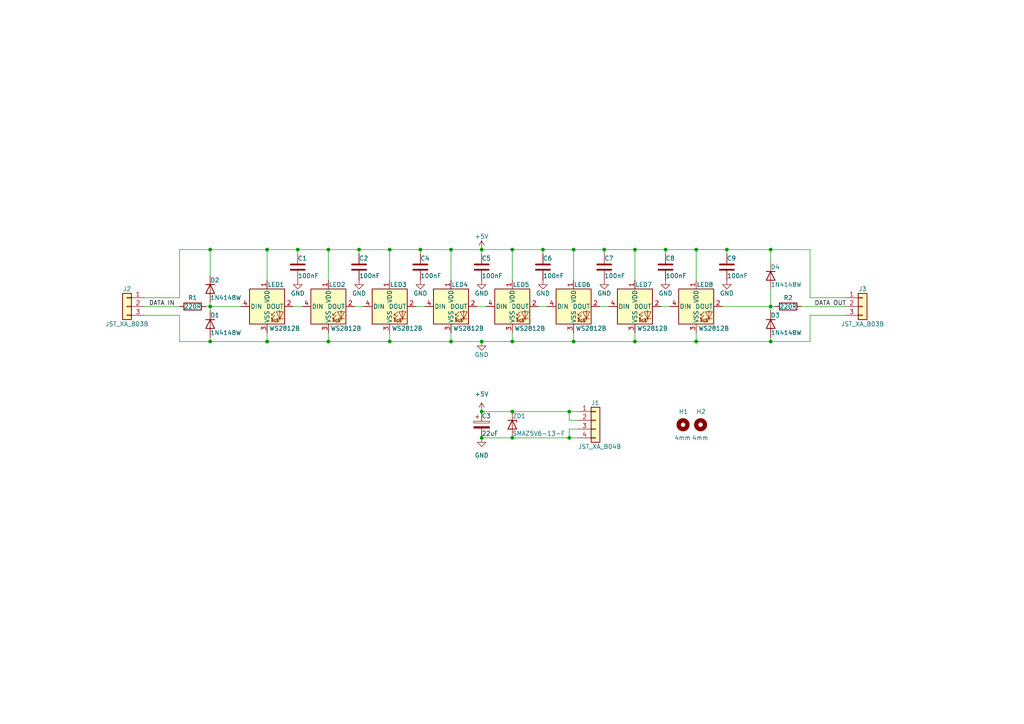
<source format=kicad_sch>
(kicad_sch (version 20211123) (generator eeschema)

  (uuid b1d7aafa-36b8-4d61-8222-75e0a4ef5884)

  (paper "A4")

  (lib_symbols
    (symbol "Connector_Generic:Conn_01x03" (pin_names (offset 1.016) hide) (in_bom yes) (on_board yes)
      (property "Reference" "J" (id 0) (at 0 5.08 0)
        (effects (font (size 1.27 1.27)))
      )
      (property "Value" "Conn_01x03" (id 1) (at 0 -5.08 0)
        (effects (font (size 1.27 1.27)))
      )
      (property "Footprint" "" (id 2) (at 0 0 0)
        (effects (font (size 1.27 1.27)) hide)
      )
      (property "Datasheet" "~" (id 3) (at 0 0 0)
        (effects (font (size 1.27 1.27)) hide)
      )
      (property "ki_keywords" "connector" (id 4) (at 0 0 0)
        (effects (font (size 1.27 1.27)) hide)
      )
      (property "ki_description" "Generic connector, single row, 01x03, script generated (kicad-library-utils/schlib/autogen/connector/)" (id 5) (at 0 0 0)
        (effects (font (size 1.27 1.27)) hide)
      )
      (property "ki_fp_filters" "Connector*:*_1x??_*" (id 6) (at 0 0 0)
        (effects (font (size 1.27 1.27)) hide)
      )
      (symbol "Conn_01x03_1_1"
        (rectangle (start -1.27 -2.413) (end 0 -2.667)
          (stroke (width 0.1524) (type default) (color 0 0 0 0))
          (fill (type none))
        )
        (rectangle (start -1.27 0.127) (end 0 -0.127)
          (stroke (width 0.1524) (type default) (color 0 0 0 0))
          (fill (type none))
        )
        (rectangle (start -1.27 2.667) (end 0 2.413)
          (stroke (width 0.1524) (type default) (color 0 0 0 0))
          (fill (type none))
        )
        (rectangle (start -1.27 3.81) (end 1.27 -3.81)
          (stroke (width 0.254) (type default) (color 0 0 0 0))
          (fill (type background))
        )
        (pin passive line (at -5.08 2.54 0) (length 3.81)
          (name "Pin_1" (effects (font (size 1.27 1.27))))
          (number "1" (effects (font (size 1.27 1.27))))
        )
        (pin passive line (at -5.08 0 0) (length 3.81)
          (name "Pin_2" (effects (font (size 1.27 1.27))))
          (number "2" (effects (font (size 1.27 1.27))))
        )
        (pin passive line (at -5.08 -2.54 0) (length 3.81)
          (name "Pin_3" (effects (font (size 1.27 1.27))))
          (number "3" (effects (font (size 1.27 1.27))))
        )
      )
    )
    (symbol "Connector_Generic:Conn_01x04" (pin_names (offset 1.016) hide) (in_bom yes) (on_board yes)
      (property "Reference" "J" (id 0) (at 0 5.08 0)
        (effects (font (size 1.27 1.27)))
      )
      (property "Value" "Conn_01x04" (id 1) (at 0 -7.62 0)
        (effects (font (size 1.27 1.27)))
      )
      (property "Footprint" "" (id 2) (at 0 0 0)
        (effects (font (size 1.27 1.27)) hide)
      )
      (property "Datasheet" "~" (id 3) (at 0 0 0)
        (effects (font (size 1.27 1.27)) hide)
      )
      (property "ki_keywords" "connector" (id 4) (at 0 0 0)
        (effects (font (size 1.27 1.27)) hide)
      )
      (property "ki_description" "Generic connector, single row, 01x04, script generated (kicad-library-utils/schlib/autogen/connector/)" (id 5) (at 0 0 0)
        (effects (font (size 1.27 1.27)) hide)
      )
      (property "ki_fp_filters" "Connector*:*_1x??_*" (id 6) (at 0 0 0)
        (effects (font (size 1.27 1.27)) hide)
      )
      (symbol "Conn_01x04_1_1"
        (rectangle (start -1.27 -4.953) (end 0 -5.207)
          (stroke (width 0.1524) (type default) (color 0 0 0 0))
          (fill (type none))
        )
        (rectangle (start -1.27 -2.413) (end 0 -2.667)
          (stroke (width 0.1524) (type default) (color 0 0 0 0))
          (fill (type none))
        )
        (rectangle (start -1.27 0.127) (end 0 -0.127)
          (stroke (width 0.1524) (type default) (color 0 0 0 0))
          (fill (type none))
        )
        (rectangle (start -1.27 2.667) (end 0 2.413)
          (stroke (width 0.1524) (type default) (color 0 0 0 0))
          (fill (type none))
        )
        (rectangle (start -1.27 3.81) (end 1.27 -6.35)
          (stroke (width 0.254) (type default) (color 0 0 0 0))
          (fill (type background))
        )
        (pin passive line (at -5.08 2.54 0) (length 3.81)
          (name "Pin_1" (effects (font (size 1.27 1.27))))
          (number "1" (effects (font (size 1.27 1.27))))
        )
        (pin passive line (at -5.08 0 0) (length 3.81)
          (name "Pin_2" (effects (font (size 1.27 1.27))))
          (number "2" (effects (font (size 1.27 1.27))))
        )
        (pin passive line (at -5.08 -2.54 0) (length 3.81)
          (name "Pin_3" (effects (font (size 1.27 1.27))))
          (number "3" (effects (font (size 1.27 1.27))))
        )
        (pin passive line (at -5.08 -5.08 0) (length 3.81)
          (name "Pin_4" (effects (font (size 1.27 1.27))))
          (number "4" (effects (font (size 1.27 1.27))))
        )
      )
    )
    (symbol "Device:C" (pin_numbers hide) (pin_names (offset 0.254)) (in_bom yes) (on_board yes)
      (property "Reference" "C" (id 0) (at 0.635 2.54 0)
        (effects (font (size 1.27 1.27)) (justify left))
      )
      (property "Value" "C" (id 1) (at 0.635 -2.54 0)
        (effects (font (size 1.27 1.27)) (justify left))
      )
      (property "Footprint" "" (id 2) (at 0.9652 -3.81 0)
        (effects (font (size 1.27 1.27)) hide)
      )
      (property "Datasheet" "~" (id 3) (at 0 0 0)
        (effects (font (size 1.27 1.27)) hide)
      )
      (property "ki_keywords" "cap capacitor" (id 4) (at 0 0 0)
        (effects (font (size 1.27 1.27)) hide)
      )
      (property "ki_description" "Unpolarized capacitor" (id 5) (at 0 0 0)
        (effects (font (size 1.27 1.27)) hide)
      )
      (property "ki_fp_filters" "C_*" (id 6) (at 0 0 0)
        (effects (font (size 1.27 1.27)) hide)
      )
      (symbol "C_0_1"
        (polyline
          (pts
            (xy -2.032 -0.762)
            (xy 2.032 -0.762)
          )
          (stroke (width 0.508) (type default) (color 0 0 0 0))
          (fill (type none))
        )
        (polyline
          (pts
            (xy -2.032 0.762)
            (xy 2.032 0.762)
          )
          (stroke (width 0.508) (type default) (color 0 0 0 0))
          (fill (type none))
        )
      )
      (symbol "C_1_1"
        (pin passive line (at 0 3.81 270) (length 2.794)
          (name "~" (effects (font (size 1.27 1.27))))
          (number "1" (effects (font (size 1.27 1.27))))
        )
        (pin passive line (at 0 -3.81 90) (length 2.794)
          (name "~" (effects (font (size 1.27 1.27))))
          (number "2" (effects (font (size 1.27 1.27))))
        )
      )
    )
    (symbol "Device:C_Polarized" (pin_numbers hide) (pin_names (offset 0.254)) (in_bom yes) (on_board yes)
      (property "Reference" "C" (id 0) (at 0.635 2.54 0)
        (effects (font (size 1.27 1.27)) (justify left))
      )
      (property "Value" "C_Polarized" (id 1) (at 0.635 -2.54 0)
        (effects (font (size 1.27 1.27)) (justify left))
      )
      (property "Footprint" "" (id 2) (at 0.9652 -3.81 0)
        (effects (font (size 1.27 1.27)) hide)
      )
      (property "Datasheet" "~" (id 3) (at 0 0 0)
        (effects (font (size 1.27 1.27)) hide)
      )
      (property "ki_keywords" "cap capacitor" (id 4) (at 0 0 0)
        (effects (font (size 1.27 1.27)) hide)
      )
      (property "ki_description" "Polarized capacitor" (id 5) (at 0 0 0)
        (effects (font (size 1.27 1.27)) hide)
      )
      (property "ki_fp_filters" "CP_*" (id 6) (at 0 0 0)
        (effects (font (size 1.27 1.27)) hide)
      )
      (symbol "C_Polarized_0_1"
        (rectangle (start -2.286 0.508) (end 2.286 1.016)
          (stroke (width 0) (type default) (color 0 0 0 0))
          (fill (type none))
        )
        (polyline
          (pts
            (xy -1.778 2.286)
            (xy -0.762 2.286)
          )
          (stroke (width 0) (type default) (color 0 0 0 0))
          (fill (type none))
        )
        (polyline
          (pts
            (xy -1.27 2.794)
            (xy -1.27 1.778)
          )
          (stroke (width 0) (type default) (color 0 0 0 0))
          (fill (type none))
        )
        (rectangle (start 2.286 -0.508) (end -2.286 -1.016)
          (stroke (width 0) (type default) (color 0 0 0 0))
          (fill (type outline))
        )
      )
      (symbol "C_Polarized_1_1"
        (pin passive line (at 0 3.81 270) (length 2.794)
          (name "~" (effects (font (size 1.27 1.27))))
          (number "1" (effects (font (size 1.27 1.27))))
        )
        (pin passive line (at 0 -3.81 90) (length 2.794)
          (name "~" (effects (font (size 1.27 1.27))))
          (number "2" (effects (font (size 1.27 1.27))))
        )
      )
    )
    (symbol "Device:D" (pin_numbers hide) (pin_names (offset 1.016) hide) (in_bom yes) (on_board yes)
      (property "Reference" "D" (id 0) (at 0 2.54 0)
        (effects (font (size 1.27 1.27)))
      )
      (property "Value" "D" (id 1) (at 0 -2.54 0)
        (effects (font (size 1.27 1.27)))
      )
      (property "Footprint" "" (id 2) (at 0 0 0)
        (effects (font (size 1.27 1.27)) hide)
      )
      (property "Datasheet" "~" (id 3) (at 0 0 0)
        (effects (font (size 1.27 1.27)) hide)
      )
      (property "ki_keywords" "diode" (id 4) (at 0 0 0)
        (effects (font (size 1.27 1.27)) hide)
      )
      (property "ki_description" "Diode" (id 5) (at 0 0 0)
        (effects (font (size 1.27 1.27)) hide)
      )
      (property "ki_fp_filters" "TO-???* *_Diode_* *SingleDiode* D_*" (id 6) (at 0 0 0)
        (effects (font (size 1.27 1.27)) hide)
      )
      (symbol "D_0_1"
        (polyline
          (pts
            (xy -1.27 1.27)
            (xy -1.27 -1.27)
          )
          (stroke (width 0.254) (type default) (color 0 0 0 0))
          (fill (type none))
        )
        (polyline
          (pts
            (xy 1.27 0)
            (xy -1.27 0)
          )
          (stroke (width 0) (type default) (color 0 0 0 0))
          (fill (type none))
        )
        (polyline
          (pts
            (xy 1.27 1.27)
            (xy 1.27 -1.27)
            (xy -1.27 0)
            (xy 1.27 1.27)
          )
          (stroke (width 0.254) (type default) (color 0 0 0 0))
          (fill (type none))
        )
      )
      (symbol "D_1_1"
        (pin passive line (at -3.81 0 0) (length 2.54)
          (name "K" (effects (font (size 1.27 1.27))))
          (number "1" (effects (font (size 1.27 1.27))))
        )
        (pin passive line (at 3.81 0 180) (length 2.54)
          (name "A" (effects (font (size 1.27 1.27))))
          (number "2" (effects (font (size 1.27 1.27))))
        )
      )
    )
    (symbol "Device:D_Zener" (pin_numbers hide) (pin_names (offset 1.016) hide) (in_bom yes) (on_board yes)
      (property "Reference" "D" (id 0) (at 0 2.54 0)
        (effects (font (size 1.27 1.27)))
      )
      (property "Value" "D_Zener" (id 1) (at 0 -2.54 0)
        (effects (font (size 1.27 1.27)))
      )
      (property "Footprint" "" (id 2) (at 0 0 0)
        (effects (font (size 1.27 1.27)) hide)
      )
      (property "Datasheet" "~" (id 3) (at 0 0 0)
        (effects (font (size 1.27 1.27)) hide)
      )
      (property "ki_keywords" "diode" (id 4) (at 0 0 0)
        (effects (font (size 1.27 1.27)) hide)
      )
      (property "ki_description" "Zener diode" (id 5) (at 0 0 0)
        (effects (font (size 1.27 1.27)) hide)
      )
      (property "ki_fp_filters" "TO-???* *_Diode_* *SingleDiode* D_*" (id 6) (at 0 0 0)
        (effects (font (size 1.27 1.27)) hide)
      )
      (symbol "D_Zener_0_1"
        (polyline
          (pts
            (xy 1.27 0)
            (xy -1.27 0)
          )
          (stroke (width 0) (type default) (color 0 0 0 0))
          (fill (type none))
        )
        (polyline
          (pts
            (xy -1.27 -1.27)
            (xy -1.27 1.27)
            (xy -0.762 1.27)
          )
          (stroke (width 0.254) (type default) (color 0 0 0 0))
          (fill (type none))
        )
        (polyline
          (pts
            (xy 1.27 -1.27)
            (xy 1.27 1.27)
            (xy -1.27 0)
            (xy 1.27 -1.27)
          )
          (stroke (width 0.254) (type default) (color 0 0 0 0))
          (fill (type none))
        )
      )
      (symbol "D_Zener_1_1"
        (pin passive line (at -3.81 0 0) (length 2.54)
          (name "K" (effects (font (size 1.27 1.27))))
          (number "1" (effects (font (size 1.27 1.27))))
        )
        (pin passive line (at 3.81 0 180) (length 2.54)
          (name "A" (effects (font (size 1.27 1.27))))
          (number "2" (effects (font (size 1.27 1.27))))
        )
      )
    )
    (symbol "Device:R" (pin_numbers hide) (pin_names (offset 0)) (in_bom yes) (on_board yes)
      (property "Reference" "R" (id 0) (at 2.032 0 90)
        (effects (font (size 1.27 1.27)))
      )
      (property "Value" "R" (id 1) (at 0 0 90)
        (effects (font (size 1.27 1.27)))
      )
      (property "Footprint" "" (id 2) (at -1.778 0 90)
        (effects (font (size 1.27 1.27)) hide)
      )
      (property "Datasheet" "~" (id 3) (at 0 0 0)
        (effects (font (size 1.27 1.27)) hide)
      )
      (property "ki_keywords" "R res resistor" (id 4) (at 0 0 0)
        (effects (font (size 1.27 1.27)) hide)
      )
      (property "ki_description" "Resistor" (id 5) (at 0 0 0)
        (effects (font (size 1.27 1.27)) hide)
      )
      (property "ki_fp_filters" "R_*" (id 6) (at 0 0 0)
        (effects (font (size 1.27 1.27)) hide)
      )
      (symbol "R_0_1"
        (rectangle (start -1.016 -2.54) (end 1.016 2.54)
          (stroke (width 0.254) (type default) (color 0 0 0 0))
          (fill (type none))
        )
      )
      (symbol "R_1_1"
        (pin passive line (at 0 3.81 270) (length 1.27)
          (name "~" (effects (font (size 1.27 1.27))))
          (number "1" (effects (font (size 1.27 1.27))))
        )
        (pin passive line (at 0 -3.81 90) (length 1.27)
          (name "~" (effects (font (size 1.27 1.27))))
          (number "2" (effects (font (size 1.27 1.27))))
        )
      )
    )
    (symbol "LED:WS2812B" (pin_names (offset 0.254)) (in_bom yes) (on_board yes)
      (property "Reference" "D" (id 0) (at 5.08 5.715 0)
        (effects (font (size 1.27 1.27)) (justify right bottom))
      )
      (property "Value" "WS2812B" (id 1) (at 1.27 -5.715 0)
        (effects (font (size 1.27 1.27)) (justify left top))
      )
      (property "Footprint" "LED_SMD:LED_WS2812B_PLCC4_5.0x5.0mm_P3.2mm" (id 2) (at 1.27 -7.62 0)
        (effects (font (size 1.27 1.27)) (justify left top) hide)
      )
      (property "Datasheet" "https://cdn-shop.adafruit.com/datasheets/WS2812B.pdf" (id 3) (at 2.54 -9.525 0)
        (effects (font (size 1.27 1.27)) (justify left top) hide)
      )
      (property "ki_keywords" "RGB LED NeoPixel addressable" (id 4) (at 0 0 0)
        (effects (font (size 1.27 1.27)) hide)
      )
      (property "ki_description" "RGB LED with integrated controller" (id 5) (at 0 0 0)
        (effects (font (size 1.27 1.27)) hide)
      )
      (property "ki_fp_filters" "LED*WS2812*PLCC*5.0x5.0mm*P3.2mm*" (id 6) (at 0 0 0)
        (effects (font (size 1.27 1.27)) hide)
      )
      (symbol "WS2812B_0_0"
        (text "RGB" (at 2.286 -4.191 0)
          (effects (font (size 0.762 0.762)))
        )
      )
      (symbol "WS2812B_0_1"
        (polyline
          (pts
            (xy 1.27 -3.556)
            (xy 1.778 -3.556)
          )
          (stroke (width 0) (type default) (color 0 0 0 0))
          (fill (type none))
        )
        (polyline
          (pts
            (xy 1.27 -2.54)
            (xy 1.778 -2.54)
          )
          (stroke (width 0) (type default) (color 0 0 0 0))
          (fill (type none))
        )
        (polyline
          (pts
            (xy 4.699 -3.556)
            (xy 2.667 -3.556)
          )
          (stroke (width 0) (type default) (color 0 0 0 0))
          (fill (type none))
        )
        (polyline
          (pts
            (xy 2.286 -2.54)
            (xy 1.27 -3.556)
            (xy 1.27 -3.048)
          )
          (stroke (width 0) (type default) (color 0 0 0 0))
          (fill (type none))
        )
        (polyline
          (pts
            (xy 2.286 -1.524)
            (xy 1.27 -2.54)
            (xy 1.27 -2.032)
          )
          (stroke (width 0) (type default) (color 0 0 0 0))
          (fill (type none))
        )
        (polyline
          (pts
            (xy 3.683 -1.016)
            (xy 3.683 -3.556)
            (xy 3.683 -4.064)
          )
          (stroke (width 0) (type default) (color 0 0 0 0))
          (fill (type none))
        )
        (polyline
          (pts
            (xy 4.699 -1.524)
            (xy 2.667 -1.524)
            (xy 3.683 -3.556)
            (xy 4.699 -1.524)
          )
          (stroke (width 0) (type default) (color 0 0 0 0))
          (fill (type none))
        )
        (rectangle (start 5.08 5.08) (end -5.08 -5.08)
          (stroke (width 0.254) (type default) (color 0 0 0 0))
          (fill (type background))
        )
      )
      (symbol "WS2812B_1_1"
        (pin power_in line (at 0 7.62 270) (length 2.54)
          (name "VDD" (effects (font (size 1.27 1.27))))
          (number "1" (effects (font (size 1.27 1.27))))
        )
        (pin output line (at 7.62 0 180) (length 2.54)
          (name "DOUT" (effects (font (size 1.27 1.27))))
          (number "2" (effects (font (size 1.27 1.27))))
        )
        (pin power_in line (at 0 -7.62 90) (length 2.54)
          (name "VSS" (effects (font (size 1.27 1.27))))
          (number "3" (effects (font (size 1.27 1.27))))
        )
        (pin input line (at -7.62 0 0) (length 2.54)
          (name "DIN" (effects (font (size 1.27 1.27))))
          (number "4" (effects (font (size 1.27 1.27))))
        )
      )
    )
    (symbol "Mechanical:MountingHole" (pin_names (offset 1.016)) (in_bom yes) (on_board yes)
      (property "Reference" "H" (id 0) (at 0 5.08 0)
        (effects (font (size 1.27 1.27)))
      )
      (property "Value" "MountingHole" (id 1) (at 0 3.175 0)
        (effects (font (size 1.27 1.27)))
      )
      (property "Footprint" "" (id 2) (at 0 0 0)
        (effects (font (size 1.27 1.27)) hide)
      )
      (property "Datasheet" "~" (id 3) (at 0 0 0)
        (effects (font (size 1.27 1.27)) hide)
      )
      (property "ki_keywords" "mounting hole" (id 4) (at 0 0 0)
        (effects (font (size 1.27 1.27)) hide)
      )
      (property "ki_description" "Mounting Hole without connection" (id 5) (at 0 0 0)
        (effects (font (size 1.27 1.27)) hide)
      )
      (property "ki_fp_filters" "MountingHole*" (id 6) (at 0 0 0)
        (effects (font (size 1.27 1.27)) hide)
      )
      (symbol "MountingHole_0_1"
        (circle (center 0 0) (radius 1.27)
          (stroke (width 1.27) (type default) (color 0 0 0 0))
          (fill (type none))
        )
      )
    )
    (symbol "power:+5V" (power) (pin_names (offset 0)) (in_bom yes) (on_board yes)
      (property "Reference" "#PWR" (id 0) (at 0 -3.81 0)
        (effects (font (size 1.27 1.27)) hide)
      )
      (property "Value" "+5V" (id 1) (at 0 3.556 0)
        (effects (font (size 1.27 1.27)))
      )
      (property "Footprint" "" (id 2) (at 0 0 0)
        (effects (font (size 1.27 1.27)) hide)
      )
      (property "Datasheet" "" (id 3) (at 0 0 0)
        (effects (font (size 1.27 1.27)) hide)
      )
      (property "ki_keywords" "power-flag" (id 4) (at 0 0 0)
        (effects (font (size 1.27 1.27)) hide)
      )
      (property "ki_description" "Power symbol creates a global label with name \"+5V\"" (id 5) (at 0 0 0)
        (effects (font (size 1.27 1.27)) hide)
      )
      (symbol "+5V_0_1"
        (polyline
          (pts
            (xy -0.762 1.27)
            (xy 0 2.54)
          )
          (stroke (width 0) (type default) (color 0 0 0 0))
          (fill (type none))
        )
        (polyline
          (pts
            (xy 0 0)
            (xy 0 2.54)
          )
          (stroke (width 0) (type default) (color 0 0 0 0))
          (fill (type none))
        )
        (polyline
          (pts
            (xy 0 2.54)
            (xy 0.762 1.27)
          )
          (stroke (width 0) (type default) (color 0 0 0 0))
          (fill (type none))
        )
      )
      (symbol "+5V_1_1"
        (pin power_in line (at 0 0 90) (length 0) hide
          (name "+5V" (effects (font (size 1.27 1.27))))
          (number "1" (effects (font (size 1.27 1.27))))
        )
      )
    )
    (symbol "power:GND" (power) (pin_names (offset 0)) (in_bom yes) (on_board yes)
      (property "Reference" "#PWR" (id 0) (at 0 -6.35 0)
        (effects (font (size 1.27 1.27)) hide)
      )
      (property "Value" "GND" (id 1) (at 0 -3.81 0)
        (effects (font (size 1.27 1.27)))
      )
      (property "Footprint" "" (id 2) (at 0 0 0)
        (effects (font (size 1.27 1.27)) hide)
      )
      (property "Datasheet" "" (id 3) (at 0 0 0)
        (effects (font (size 1.27 1.27)) hide)
      )
      (property "ki_keywords" "power-flag" (id 4) (at 0 0 0)
        (effects (font (size 1.27 1.27)) hide)
      )
      (property "ki_description" "Power symbol creates a global label with name \"GND\" , ground" (id 5) (at 0 0 0)
        (effects (font (size 1.27 1.27)) hide)
      )
      (symbol "GND_0_1"
        (polyline
          (pts
            (xy 0 0)
            (xy 0 -1.27)
            (xy 1.27 -1.27)
            (xy 0 -2.54)
            (xy -1.27 -1.27)
            (xy 0 -1.27)
          )
          (stroke (width 0) (type default) (color 0 0 0 0))
          (fill (type none))
        )
      )
      (symbol "GND_1_1"
        (pin power_in line (at 0 0 270) (length 0) hide
          (name "GND" (effects (font (size 1.27 1.27))))
          (number "1" (effects (font (size 1.27 1.27))))
        )
      )
    )
  )

  (junction (at 166.37 72.39) (diameter 0) (color 0 0 0 0)
    (uuid 1586a4d4-c905-46c7-9194-0054a9701558)
  )
  (junction (at 201.93 72.39) (diameter 0) (color 0 0 0 0)
    (uuid 1a769d62-3d22-43d1-81c4-2c767fbe1579)
  )
  (junction (at 139.7 99.06) (diameter 0) (color 0 0 0 0)
    (uuid 1da28027-e470-418b-b874-b994f6426bba)
  )
  (junction (at 148.59 127) (diameter 0) (color 0 0 0 0)
    (uuid 206e36b8-4516-4e73-8276-d935c860ec98)
  )
  (junction (at 184.15 99.06) (diameter 0) (color 0 0 0 0)
    (uuid 2c3c9d94-4834-4356-9957-487c7ec8fe9a)
  )
  (junction (at 210.82 72.39) (diameter 0) (color 0 0 0 0)
    (uuid 2dd84a38-5060-4f2b-b425-e011786326d7)
  )
  (junction (at 184.15 72.39) (diameter 0) (color 0 0 0 0)
    (uuid 38cee606-1c34-414d-be3c-0dcad18be6f0)
  )
  (junction (at 113.03 99.06) (diameter 0) (color 0 0 0 0)
    (uuid 3c176c25-ea8c-4f86-977a-e23ce0909a06)
  )
  (junction (at 77.47 99.06) (diameter 0) (color 0 0 0 0)
    (uuid 413f090c-65b7-46c9-a05f-3f00a874ee70)
  )
  (junction (at 148.59 99.06) (diameter 0) (color 0 0 0 0)
    (uuid 435fa338-3dbb-4f0e-ba00-c2fb8ace50bb)
  )
  (junction (at 148.59 72.39) (diameter 0) (color 0 0 0 0)
    (uuid 48e79401-4506-4526-92c1-d84b7e32f788)
  )
  (junction (at 139.7 72.39) (diameter 0) (color 0 0 0 0)
    (uuid 4a583907-69bb-4e16-872b-8884fda285e9)
  )
  (junction (at 201.93 99.06) (diameter 0) (color 0 0 0 0)
    (uuid 4b577810-9509-4d09-893b-2f29a0d4b1a7)
  )
  (junction (at 77.47 72.39) (diameter 0) (color 0 0 0 0)
    (uuid 4c2cb241-527c-4059-9f60-5be7e6068710)
  )
  (junction (at 223.52 99.06) (diameter 0) (color 0 0 0 0)
    (uuid 4d4e3bb9-f00a-4d46-8e25-6b8ca69465ce)
  )
  (junction (at 130.81 72.39) (diameter 0) (color 0 0 0 0)
    (uuid 510509e7-a25b-44d5-8074-679a6ae7fd54)
  )
  (junction (at 60.96 99.06) (diameter 0) (color 0 0 0 0)
    (uuid 54d0badc-2b47-4385-9e3f-35daf4520eb0)
  )
  (junction (at 139.7 119.38) (diameter 0) (color 0 0 0 0)
    (uuid 754dafa3-1db0-4acd-9355-b84d10d7676f)
  )
  (junction (at 157.48 72.39) (diameter 0) (color 0 0 0 0)
    (uuid 7afeb8c8-ecff-4068-a7ed-21e10613d78f)
  )
  (junction (at 148.59 119.38) (diameter 0) (color 0 0 0 0)
    (uuid 7f86d5ba-5731-401a-a673-684eca54d382)
  )
  (junction (at 104.14 72.39) (diameter 0) (color 0 0 0 0)
    (uuid 82451c76-4e18-418a-a731-93cb113407fd)
  )
  (junction (at 223.52 88.9) (diameter 0) (color 0 0 0 0)
    (uuid 9c7982e2-99d8-4c08-837a-12863a5063cc)
  )
  (junction (at 95.25 99.06) (diameter 0) (color 0 0 0 0)
    (uuid b0b2b032-56e7-474a-b486-820970cb9ff7)
  )
  (junction (at 165.1 119.38) (diameter 0) (color 0 0 0 0)
    (uuid bae72331-b401-4f18-8e3c-cae5e0f18b7a)
  )
  (junction (at 95.25 72.39) (diameter 0) (color 0 0 0 0)
    (uuid bece7765-7960-4db0-a80d-a7403ec3b3ff)
  )
  (junction (at 165.1 127) (diameter 0) (color 0 0 0 0)
    (uuid c042a24f-2dc9-4ff9-8937-e644886aabab)
  )
  (junction (at 60.96 72.39) (diameter 0) (color 0 0 0 0)
    (uuid cd73220e-d482-4318-b6d5-dd3b99b9c6fe)
  )
  (junction (at 139.7 127) (diameter 0) (color 0 0 0 0)
    (uuid d120424e-1913-4afa-be0c-09492b5174d2)
  )
  (junction (at 60.96 88.9) (diameter 0) (color 0 0 0 0)
    (uuid d81ebacc-1936-4132-adcf-4f9301f1e986)
  )
  (junction (at 86.36 72.39) (diameter 0) (color 0 0 0 0)
    (uuid dff6c351-4db5-4425-8969-0684ec5499c0)
  )
  (junction (at 121.92 72.39) (diameter 0) (color 0 0 0 0)
    (uuid e4adeb87-f9ec-4acc-bfa8-259a42b335bb)
  )
  (junction (at 193.04 72.39) (diameter 0) (color 0 0 0 0)
    (uuid e6d99c07-f306-4975-ba13-3b358b26f137)
  )
  (junction (at 130.81 99.06) (diameter 0) (color 0 0 0 0)
    (uuid efb7c116-a52f-495e-bc6d-61ac23e3abf3)
  )
  (junction (at 175.26 72.39) (diameter 0) (color 0 0 0 0)
    (uuid f177450e-3d0f-4f12-8581-c1d79d6bedba)
  )
  (junction (at 223.52 72.39) (diameter 0) (color 0 0 0 0)
    (uuid f194e3f4-8e12-43b5-9ab4-91b867074cba)
  )
  (junction (at 166.37 99.06) (diameter 0) (color 0 0 0 0)
    (uuid f7e53551-6fba-4626-81e2-10eeeb1b6883)
  )
  (junction (at 113.03 72.39) (diameter 0) (color 0 0 0 0)
    (uuid fbac1689-c9ae-4972-a930-81bdabd99871)
  )

  (wire (pts (xy 166.37 72.39) (xy 175.26 72.39))
    (stroke (width 0) (type default) (color 0 0 0 0))
    (uuid 08c8c8fe-487f-4902-8cd9-f9c0e092cd28)
  )
  (wire (pts (xy 173.99 88.9) (xy 176.53 88.9))
    (stroke (width 0) (type default) (color 0 0 0 0))
    (uuid 098eb4aa-07f4-4934-ab93-1b3c0ec1b9dd)
  )
  (wire (pts (xy 148.59 81.28) (xy 148.59 72.39))
    (stroke (width 0) (type default) (color 0 0 0 0))
    (uuid 0a40c3fa-c2aa-4d64-a98f-467a3d72f62d)
  )
  (wire (pts (xy 95.25 72.39) (xy 104.14 72.39))
    (stroke (width 0) (type default) (color 0 0 0 0))
    (uuid 0bae1160-6a7c-44fd-a334-57cd7d8d245c)
  )
  (wire (pts (xy 193.04 72.39) (xy 193.04 73.66))
    (stroke (width 0) (type default) (color 0 0 0 0))
    (uuid 0d543528-e826-4cf0-867b-5aa407f0b70c)
  )
  (wire (pts (xy 175.26 72.39) (xy 175.26 73.66))
    (stroke (width 0) (type default) (color 0 0 0 0))
    (uuid 0f2f722b-801f-4683-aa59-84d53575677f)
  )
  (wire (pts (xy 165.1 127) (xy 167.64 127))
    (stroke (width 0) (type default) (color 0 0 0 0))
    (uuid 10e8878f-7a9a-4370-98f1-f4104a36019b)
  )
  (wire (pts (xy 85.09 88.9) (xy 87.63 88.9))
    (stroke (width 0) (type default) (color 0 0 0 0))
    (uuid 12f369a5-28d3-4efa-97ba-d8ea22ec8ef7)
  )
  (wire (pts (xy 113.03 99.06) (xy 113.03 96.52))
    (stroke (width 0) (type default) (color 0 0 0 0))
    (uuid 15c6b8f4-de78-4dd2-b6b3-73d310ac9ef8)
  )
  (wire (pts (xy 41.91 91.44) (xy 52.07 91.44))
    (stroke (width 0) (type default) (color 0 0 0 0))
    (uuid 1c69d6d7-a4be-488a-b46e-f5f1c06cb0ef)
  )
  (wire (pts (xy 60.96 72.39) (xy 60.96 80.01))
    (stroke (width 0) (type default) (color 0 0 0 0))
    (uuid 1ee8a39a-586b-4035-8d3b-aa59ccc08ffe)
  )
  (wire (pts (xy 130.81 72.39) (xy 139.7 72.39))
    (stroke (width 0) (type default) (color 0 0 0 0))
    (uuid 238f3713-34db-4e5a-ae8c-8587af695e45)
  )
  (wire (pts (xy 60.96 72.39) (xy 77.47 72.39))
    (stroke (width 0) (type default) (color 0 0 0 0))
    (uuid 25b46cb6-48a6-41e3-b4ae-473c7247c471)
  )
  (wire (pts (xy 113.03 81.28) (xy 113.03 72.39))
    (stroke (width 0) (type default) (color 0 0 0 0))
    (uuid 27058a0e-100d-4dc5-9e90-ee008ed22c93)
  )
  (wire (pts (xy 52.07 86.36) (xy 41.91 86.36))
    (stroke (width 0) (type default) (color 0 0 0 0))
    (uuid 29af1848-a00b-495b-8d58-d90ee937140c)
  )
  (wire (pts (xy 86.36 72.39) (xy 86.36 73.66))
    (stroke (width 0) (type default) (color 0 0 0 0))
    (uuid 2bfa4aa8-6922-4a5b-b1eb-8c4d24129230)
  )
  (wire (pts (xy 77.47 96.52) (xy 77.47 99.06))
    (stroke (width 0) (type default) (color 0 0 0 0))
    (uuid 2c96c5e1-c6ab-4730-b58c-4d81f2aa96a5)
  )
  (wire (pts (xy 201.93 72.39) (xy 210.82 72.39))
    (stroke (width 0) (type default) (color 0 0 0 0))
    (uuid 2d0238e6-2b0a-4823-acd2-0b32ec556ed9)
  )
  (wire (pts (xy 191.77 88.9) (xy 194.31 88.9))
    (stroke (width 0) (type default) (color 0 0 0 0))
    (uuid 2e145b8b-e524-4679-8001-6f1d3eeba361)
  )
  (wire (pts (xy 167.64 124.46) (xy 165.1 124.46))
    (stroke (width 0) (type default) (color 0 0 0 0))
    (uuid 2f5be7ea-ff81-4a59-97e5-fc75edbb716d)
  )
  (wire (pts (xy 210.82 72.39) (xy 210.82 73.66))
    (stroke (width 0) (type default) (color 0 0 0 0))
    (uuid 301e683b-43aa-4361-a6a0-aac48a46ff46)
  )
  (wire (pts (xy 130.81 99.06) (xy 139.7 99.06))
    (stroke (width 0) (type default) (color 0 0 0 0))
    (uuid 30e5bfcc-f259-4db8-bf66-a18ec43b7682)
  )
  (wire (pts (xy 234.95 91.44) (xy 234.95 99.06))
    (stroke (width 0) (type default) (color 0 0 0 0))
    (uuid 312bded4-9a96-42d0-ad9f-3b5fa484d79e)
  )
  (wire (pts (xy 60.96 88.9) (xy 69.85 88.9))
    (stroke (width 0) (type default) (color 0 0 0 0))
    (uuid 31dc8413-6448-47f4-a8ab-5d5dc0c9e4e9)
  )
  (wire (pts (xy 148.59 99.06) (xy 166.37 99.06))
    (stroke (width 0) (type default) (color 0 0 0 0))
    (uuid 3215f0fc-f8ee-49f5-a3ba-691ad0d1609f)
  )
  (wire (pts (xy 165.1 124.46) (xy 165.1 127))
    (stroke (width 0) (type default) (color 0 0 0 0))
    (uuid 3b3dfe57-88dd-45d4-b902-dfd575217fbd)
  )
  (wire (pts (xy 175.26 72.39) (xy 184.15 72.39))
    (stroke (width 0) (type default) (color 0 0 0 0))
    (uuid 3e60e3e4-0a58-4862-842a-44e4af545904)
  )
  (wire (pts (xy 201.93 99.06) (xy 201.93 96.52))
    (stroke (width 0) (type default) (color 0 0 0 0))
    (uuid 3f3f6545-6c9f-46cc-a88d-fa49ffe97965)
  )
  (wire (pts (xy 165.1 119.38) (xy 167.64 119.38))
    (stroke (width 0) (type default) (color 0 0 0 0))
    (uuid 40557b1a-4bcb-41eb-b6dc-c8d409d5d890)
  )
  (wire (pts (xy 184.15 99.06) (xy 201.93 99.06))
    (stroke (width 0) (type default) (color 0 0 0 0))
    (uuid 447c6644-baca-42e8-9da6-64a0d46d18c9)
  )
  (wire (pts (xy 60.96 88.9) (xy 60.96 87.63))
    (stroke (width 0) (type default) (color 0 0 0 0))
    (uuid 4888f804-252c-4716-a836-bf2fc15ae757)
  )
  (wire (pts (xy 223.52 72.39) (xy 223.52 76.2))
    (stroke (width 0) (type default) (color 0 0 0 0))
    (uuid 490ae323-fef3-4df1-b2ea-ba427fc22dc8)
  )
  (wire (pts (xy 139.7 119.38) (xy 148.59 119.38))
    (stroke (width 0) (type default) (color 0 0 0 0))
    (uuid 516f2860-5805-4fc4-be73-70d9fcbc2144)
  )
  (wire (pts (xy 245.11 91.44) (xy 234.95 91.44))
    (stroke (width 0) (type default) (color 0 0 0 0))
    (uuid 53749908-2e1c-4bbe-b552-cc36676d7a00)
  )
  (wire (pts (xy 201.93 99.06) (xy 223.52 99.06))
    (stroke (width 0) (type default) (color 0 0 0 0))
    (uuid 5462c357-3a1a-43fa-9783-65cf06e09656)
  )
  (wire (pts (xy 121.92 72.39) (xy 130.81 72.39))
    (stroke (width 0) (type default) (color 0 0 0 0))
    (uuid 547062e4-dbba-4638-a22c-9e5696e72939)
  )
  (wire (pts (xy 210.82 72.39) (xy 223.52 72.39))
    (stroke (width 0) (type default) (color 0 0 0 0))
    (uuid 550479cf-546a-49df-b4d8-5633a5de1910)
  )
  (wire (pts (xy 41.91 88.9) (xy 52.07 88.9))
    (stroke (width 0) (type default) (color 0 0 0 0))
    (uuid 594e57dc-10d6-4f88-b8b4-779aa4438cc6)
  )
  (wire (pts (xy 223.52 97.79) (xy 223.52 99.06))
    (stroke (width 0) (type default) (color 0 0 0 0))
    (uuid 59beaec2-7d36-4c35-af43-c1c817f329ee)
  )
  (wire (pts (xy 148.59 72.39) (xy 157.48 72.39))
    (stroke (width 0) (type default) (color 0 0 0 0))
    (uuid 604b9c06-009f-47f6-b26f-a390ea44ee7f)
  )
  (wire (pts (xy 104.14 72.39) (xy 104.14 73.66))
    (stroke (width 0) (type default) (color 0 0 0 0))
    (uuid 61182753-3c62-4da8-bff0-405f6b813325)
  )
  (wire (pts (xy 102.87 88.9) (xy 105.41 88.9))
    (stroke (width 0) (type default) (color 0 0 0 0))
    (uuid 615a081f-8337-4944-879f-f15d5ed449ed)
  )
  (wire (pts (xy 77.47 72.39) (xy 86.36 72.39))
    (stroke (width 0) (type default) (color 0 0 0 0))
    (uuid 61b16194-9650-4ec5-b6a4-7267afe50a24)
  )
  (wire (pts (xy 166.37 81.28) (xy 166.37 72.39))
    (stroke (width 0) (type default) (color 0 0 0 0))
    (uuid 6acd2ab1-c810-42f9-9177-3af7902d3b23)
  )
  (wire (pts (xy 52.07 72.39) (xy 60.96 72.39))
    (stroke (width 0) (type default) (color 0 0 0 0))
    (uuid 6d50a3df-745f-4926-9336-501e5a5c8d16)
  )
  (wire (pts (xy 193.04 72.39) (xy 201.93 72.39))
    (stroke (width 0) (type default) (color 0 0 0 0))
    (uuid 6ffe2fd2-3833-4df9-8d4b-060d33dde8b7)
  )
  (wire (pts (xy 77.47 99.06) (xy 95.25 99.06))
    (stroke (width 0) (type default) (color 0 0 0 0))
    (uuid 71b4413e-a639-44e7-b903-0076bd5e95d4)
  )
  (wire (pts (xy 113.03 99.06) (xy 130.81 99.06))
    (stroke (width 0) (type default) (color 0 0 0 0))
    (uuid 7668c75e-c9c1-44c4-a5f8-f5e08391a1a4)
  )
  (wire (pts (xy 148.59 127) (xy 165.1 127))
    (stroke (width 0) (type default) (color 0 0 0 0))
    (uuid 7825e8c9-023d-45a5-a9a3-1da45e7daea8)
  )
  (wire (pts (xy 157.48 72.39) (xy 166.37 72.39))
    (stroke (width 0) (type default) (color 0 0 0 0))
    (uuid 7857b7a1-dea6-42ee-bac9-311635f0caa4)
  )
  (wire (pts (xy 184.15 72.39) (xy 193.04 72.39))
    (stroke (width 0) (type default) (color 0 0 0 0))
    (uuid 791ac542-f4d9-4d10-9c8a-6cdae03c211d)
  )
  (wire (pts (xy 120.65 88.9) (xy 123.19 88.9))
    (stroke (width 0) (type default) (color 0 0 0 0))
    (uuid 850062c3-75ea-41d5-b9bc-c2e6329305ec)
  )
  (wire (pts (xy 224.79 88.9) (xy 223.52 88.9))
    (stroke (width 0) (type default) (color 0 0 0 0))
    (uuid 85f9ffb4-e2cf-4820-9135-7d9e34dffc32)
  )
  (wire (pts (xy 201.93 81.28) (xy 201.93 72.39))
    (stroke (width 0) (type default) (color 0 0 0 0))
    (uuid 87a5b9ee-d338-4538-a550-bf5b3c4f9d75)
  )
  (wire (pts (xy 148.59 99.06) (xy 148.59 96.52))
    (stroke (width 0) (type default) (color 0 0 0 0))
    (uuid 89f90e9c-bfbc-4d91-aeeb-43ec6c16533e)
  )
  (wire (pts (xy 223.52 88.9) (xy 223.52 83.82))
    (stroke (width 0) (type default) (color 0 0 0 0))
    (uuid 8b415198-6b23-4a86-93fd-65e4242aec0e)
  )
  (wire (pts (xy 60.96 99.06) (xy 77.47 99.06))
    (stroke (width 0) (type default) (color 0 0 0 0))
    (uuid 912e46b4-5dc7-40b7-94e5-b8f6232b4078)
  )
  (wire (pts (xy 52.07 86.36) (xy 52.07 72.39))
    (stroke (width 0) (type default) (color 0 0 0 0))
    (uuid 936c72ed-5acb-4841-8cbf-74df4d383c2f)
  )
  (wire (pts (xy 104.14 72.39) (xy 113.03 72.39))
    (stroke (width 0) (type default) (color 0 0 0 0))
    (uuid 94a67ebe-0e76-422d-b16f-295cb0fd23c6)
  )
  (wire (pts (xy 165.1 121.92) (xy 165.1 119.38))
    (stroke (width 0) (type default) (color 0 0 0 0))
    (uuid 96a7ea40-b143-40c0-ad0f-ec8bd1d6c2b4)
  )
  (wire (pts (xy 77.47 81.28) (xy 77.47 72.39))
    (stroke (width 0) (type default) (color 0 0 0 0))
    (uuid 9769a49e-1d1b-4e4a-bd20-631024b28ecb)
  )
  (wire (pts (xy 121.92 72.39) (xy 121.92 73.66))
    (stroke (width 0) (type default) (color 0 0 0 0))
    (uuid 9c94ad18-b5bf-4765-af42-e1bd248c4aef)
  )
  (wire (pts (xy 139.7 72.39) (xy 148.59 72.39))
    (stroke (width 0) (type default) (color 0 0 0 0))
    (uuid 9e423216-0de4-4ca8-a570-928939d39993)
  )
  (wire (pts (xy 52.07 91.44) (xy 52.07 99.06))
    (stroke (width 0) (type default) (color 0 0 0 0))
    (uuid a0f73603-8caf-48a6-90de-1cfe27900ebc)
  )
  (wire (pts (xy 60.96 88.9) (xy 60.96 90.17))
    (stroke (width 0) (type default) (color 0 0 0 0))
    (uuid a1650e66-86bc-4177-a26c-548b38b551e4)
  )
  (wire (pts (xy 184.15 81.28) (xy 184.15 72.39))
    (stroke (width 0) (type default) (color 0 0 0 0))
    (uuid a178cdce-56af-43a6-a4fc-e936670e1824)
  )
  (wire (pts (xy 139.7 99.06) (xy 148.59 99.06))
    (stroke (width 0) (type default) (color 0 0 0 0))
    (uuid ad10cdb5-ea91-4b78-8c55-4860c6c73344)
  )
  (wire (pts (xy 156.21 88.9) (xy 158.75 88.9))
    (stroke (width 0) (type default) (color 0 0 0 0))
    (uuid ad663282-f12d-407f-b9b2-4836dab6c735)
  )
  (wire (pts (xy 139.7 72.39) (xy 139.7 73.66))
    (stroke (width 0) (type default) (color 0 0 0 0))
    (uuid aef9c78e-e03b-473a-ab1e-b41205bea562)
  )
  (wire (pts (xy 157.48 72.39) (xy 157.48 73.66))
    (stroke (width 0) (type default) (color 0 0 0 0))
    (uuid b34481f8-b075-4f05-b200-dec491af9f58)
  )
  (wire (pts (xy 86.36 72.39) (xy 95.25 72.39))
    (stroke (width 0) (type default) (color 0 0 0 0))
    (uuid b480044f-2cb9-4278-9e27-f020de9235e6)
  )
  (wire (pts (xy 234.95 86.36) (xy 234.95 72.39))
    (stroke (width 0) (type default) (color 0 0 0 0))
    (uuid b4f26c73-ba3e-4861-bb57-02088b12b4e6)
  )
  (wire (pts (xy 130.81 81.28) (xy 130.81 72.39))
    (stroke (width 0) (type default) (color 0 0 0 0))
    (uuid b75482f2-71fb-4115-8399-03d7555803a7)
  )
  (wire (pts (xy 52.07 99.06) (xy 60.96 99.06))
    (stroke (width 0) (type default) (color 0 0 0 0))
    (uuid b87d5dcf-20c9-4cfd-8b85-cc30847ec3c5)
  )
  (wire (pts (xy 60.96 97.79) (xy 60.96 99.06))
    (stroke (width 0) (type default) (color 0 0 0 0))
    (uuid b91aa6d8-e634-4e63-9a88-88075abfef8a)
  )
  (wire (pts (xy 148.59 119.38) (xy 165.1 119.38))
    (stroke (width 0) (type default) (color 0 0 0 0))
    (uuid b97dd551-1e92-4d81-be9e-66e63e217ca9)
  )
  (wire (pts (xy 59.69 88.9) (xy 60.96 88.9))
    (stroke (width 0) (type default) (color 0 0 0 0))
    (uuid be4b427f-a0d2-4a72-95be-05784f6d4f8b)
  )
  (wire (pts (xy 138.43 88.9) (xy 140.97 88.9))
    (stroke (width 0) (type default) (color 0 0 0 0))
    (uuid be70e524-4bd3-4f8f-9d4b-3c1faea00e9b)
  )
  (wire (pts (xy 245.11 86.36) (xy 234.95 86.36))
    (stroke (width 0) (type default) (color 0 0 0 0))
    (uuid bfa57530-087e-4abe-9baa-5129eafd9a1e)
  )
  (wire (pts (xy 184.15 99.06) (xy 184.15 96.52))
    (stroke (width 0) (type default) (color 0 0 0 0))
    (uuid c07d04a3-998d-4e11-9336-b9a345e7f4fc)
  )
  (wire (pts (xy 167.64 121.92) (xy 165.1 121.92))
    (stroke (width 0) (type default) (color 0 0 0 0))
    (uuid c23b5117-834b-4bae-90ab-82a14744d96e)
  )
  (wire (pts (xy 95.25 99.06) (xy 95.25 96.52))
    (stroke (width 0) (type default) (color 0 0 0 0))
    (uuid c500b7f4-8ea4-4cf7-ba97-5039df872140)
  )
  (wire (pts (xy 223.52 88.9) (xy 223.52 90.17))
    (stroke (width 0) (type default) (color 0 0 0 0))
    (uuid c801106a-c886-463b-818d-ec3a02caad55)
  )
  (wire (pts (xy 166.37 99.06) (xy 166.37 96.52))
    (stroke (width 0) (type default) (color 0 0 0 0))
    (uuid cd169a93-fe58-4147-809d-7e831b60e3d1)
  )
  (wire (pts (xy 234.95 72.39) (xy 223.52 72.39))
    (stroke (width 0) (type default) (color 0 0 0 0))
    (uuid dac559fa-82e9-4277-838f-a4db034cdefe)
  )
  (wire (pts (xy 139.7 127) (xy 148.59 127))
    (stroke (width 0) (type default) (color 0 0 0 0))
    (uuid dcdf4b1c-33ad-41e3-8c60-a2aaabd8eaa0)
  )
  (wire (pts (xy 232.41 88.9) (xy 245.11 88.9))
    (stroke (width 0) (type default) (color 0 0 0 0))
    (uuid e8f5633b-99d8-43d4-a1ea-757906e43e57)
  )
  (wire (pts (xy 166.37 99.06) (xy 184.15 99.06))
    (stroke (width 0) (type default) (color 0 0 0 0))
    (uuid ed1f6f28-5d53-4ba2-a764-756eeabadfbc)
  )
  (wire (pts (xy 95.25 81.28) (xy 95.25 72.39))
    (stroke (width 0) (type default) (color 0 0 0 0))
    (uuid f712b62f-ea84-47fc-92f9-809eb0a4fc70)
  )
  (wire (pts (xy 209.55 88.9) (xy 223.52 88.9))
    (stroke (width 0) (type default) (color 0 0 0 0))
    (uuid fd68b5c5-471a-4cb1-9049-f1186266c4a9)
  )
  (wire (pts (xy 95.25 99.06) (xy 113.03 99.06))
    (stroke (width 0) (type default) (color 0 0 0 0))
    (uuid fdc85bc1-5f09-4e9c-bcf2-f865bafe3646)
  )
  (wire (pts (xy 234.95 99.06) (xy 223.52 99.06))
    (stroke (width 0) (type default) (color 0 0 0 0))
    (uuid fe775f5a-7963-46cf-9dd9-68525ea9f332)
  )
  (wire (pts (xy 113.03 72.39) (xy 121.92 72.39))
    (stroke (width 0) (type default) (color 0 0 0 0))
    (uuid ff496041-7cf0-4e15-a0d9-f3a772a3c4b0)
  )
  (wire (pts (xy 130.81 99.06) (xy 130.81 96.52))
    (stroke (width 0) (type default) (color 0 0 0 0))
    (uuid ff879a4b-cff0-4152-ace2-70b5a9b6bbd2)
  )

  (label "DATA IN" (at 43.18 88.9 0)
    (effects (font (size 1.27 1.27)) (justify left bottom))
    (uuid 5f3fe99f-6693-491b-a70b-b7c6513806f4)
  )
  (label "DATA OUT" (at 236.22 88.9 0)
    (effects (font (size 1.27 1.27)) (justify left bottom))
    (uuid 990cd98e-3d9b-499a-bbf2-91898f7cccef)
  )

  (symbol (lib_id "Device:D") (at 223.52 80.01 270) (unit 1)
    (in_bom yes) (on_board yes)
    (uuid 0234973d-920c-4804-a119-e4cd964fedd5)
    (property "Reference" "D4" (id 0) (at 223.52 77.47 90)
      (effects (font (size 1.27 1.27)) (justify left))
    )
    (property "Value" "1N4148W" (id 1) (at 223.52 82.55 90)
      (effects (font (size 1.27 1.27)) (justify left))
    )
    (property "Footprint" "ledpcb:D_SOD-123" (id 2) (at 223.52 80.01 0)
      (effects (font (size 1.27 1.27)) hide)
    )
    (property "Datasheet" "~" (id 3) (at 223.52 80.01 0)
      (effects (font (size 1.27 1.27)) hide)
    )
    (property "JLCPCB" "" (id 4) (at 223.52 80.01 0)
      (effects (font (size 1.27 1.27)) hide)
    )
    (property "LCSC" "C81598" (id 5) (at 223.52 80.01 0)
      (effects (font (size 1.27 1.27)) hide)
    )
    (property "Package" "SOD-123" (id 6) (at 223.52 80.01 0)
      (effects (font (size 1.27 1.27)) hide)
    )
    (pin "1" (uuid b80c846d-fa4e-41c2-b4c7-eb3dd496b5e2))
    (pin "2" (uuid d4deac33-d195-46b7-8368-061205aa7df6))
  )

  (symbol (lib_id "LED:WS2812B") (at 148.59 88.9 0) (unit 1)
    (in_bom yes) (on_board yes)
    (uuid 130f225a-c90b-4ac7-936d-ee333b741ea6)
    (property "Reference" "LED5" (id 0) (at 151.13 82.55 0))
    (property "Value" "WS2812B" (id 1) (at 153.67 95.25 0))
    (property "Footprint" "ledpcb:LED_WS2812B_PLCC4_5.0x5.0mm_P3.2mm" (id 2) (at 149.86 96.52 0)
      (effects (font (size 1.27 1.27)) (justify left top) hide)
    )
    (property "Datasheet" "https://cdn-shop.adafruit.com/datasheets/WS2812B.pdf" (id 3) (at 151.13 98.425 0)
      (effects (font (size 1.27 1.27)) (justify left top) hide)
    )
    (property "JLCPCB" "" (id 4) (at 148.59 88.9 0)
      (effects (font (size 1.27 1.27)) hide)
    )
    (property "LCSC" "C2761795" (id 5) (at 148.59 88.9 0)
      (effects (font (size 1.27 1.27)) hide)
    )
    (property "Package" "SMD,5x5mm" (id 6) (at 148.59 88.9 0)
      (effects (font (size 1.27 1.27)) hide)
    )
    (pin "1" (uuid 8dd14e4c-8a32-473a-b207-fe77d9aaaac4))
    (pin "2" (uuid d812bd54-6c7e-4d64-b155-41f1337cf72c))
    (pin "3" (uuid 515e72db-4a4c-4a19-bbd7-a2591162a350))
    (pin "4" (uuid fd431992-965b-4fb7-8521-8e4bd40501e5))
  )

  (symbol (lib_id "Device:C") (at 210.82 77.47 0) (unit 1)
    (in_bom yes) (on_board yes)
    (uuid 148f62fe-1421-4161-878e-62f08e2911cd)
    (property "Reference" "C9" (id 0) (at 210.82 74.93 0)
      (effects (font (size 1.27 1.27)) (justify left))
    )
    (property "Value" "100nF" (id 1) (at 210.82 80.01 0)
      (effects (font (size 1.27 1.27)) (justify left))
    )
    (property "Footprint" "ledpcb:C_0603_1608Metric" (id 2) (at 211.7852 81.28 0)
      (effects (font (size 1.27 1.27)) hide)
    )
    (property "Datasheet" "~" (id 3) (at 210.82 77.47 0)
      (effects (font (size 1.27 1.27)) hide)
    )
    (property "JLCPCB" "" (id 4) (at 210.82 77.47 0)
      (effects (font (size 1.27 1.27)) hide)
    )
    (property "LCSC" "C14663" (id 5) (at 210.82 77.47 0)
      (effects (font (size 1.27 1.27)) hide)
    )
    (property "Package" "0603" (id 6) (at 210.82 77.47 0)
      (effects (font (size 1.27 1.27)) hide)
    )
    (pin "1" (uuid a30758fe-9019-4f3f-9cda-01a91a62d871))
    (pin "2" (uuid 089ddad5-2377-4dc6-b046-1be4462f8eaa))
  )

  (symbol (lib_id "Device:C") (at 104.14 77.47 0) (unit 1)
    (in_bom yes) (on_board yes)
    (uuid 25248dc9-55e0-4c6e-90b9-45fb3f0c6cd1)
    (property "Reference" "C2" (id 0) (at 104.14 74.93 0)
      (effects (font (size 1.27 1.27)) (justify left))
    )
    (property "Value" "100nF" (id 1) (at 104.14 80.01 0)
      (effects (font (size 1.27 1.27)) (justify left))
    )
    (property "Footprint" "ledpcb:C_0603_1608Metric" (id 2) (at 105.1052 81.28 0)
      (effects (font (size 1.27 1.27)) hide)
    )
    (property "Datasheet" "~" (id 3) (at 104.14 77.47 0)
      (effects (font (size 1.27 1.27)) hide)
    )
    (property "JLCPCB" "" (id 4) (at 104.14 77.47 0)
      (effects (font (size 1.27 1.27)) hide)
    )
    (property "LCSC" "C14663" (id 5) (at 104.14 77.47 0)
      (effects (font (size 1.27 1.27)) hide)
    )
    (property "Package" "0603" (id 6) (at 104.14 77.47 0)
      (effects (font (size 1.27 1.27)) hide)
    )
    (pin "1" (uuid a3f23b88-5dc5-489a-974e-e87640f9d397))
    (pin "2" (uuid 08894aaa-87b2-4725-9dd0-33866b53b1ee))
  )

  (symbol (lib_id "power:GND") (at 210.82 81.28 0) (unit 1)
    (in_bom yes) (on_board yes)
    (uuid 284a6ecb-d877-4dff-a551-fe27d7e7bfb9)
    (property "Reference" "#PWR09" (id 0) (at 210.82 87.63 0)
      (effects (font (size 1.27 1.27)) hide)
    )
    (property "Value" "GND" (id 1) (at 210.82 85.09 0))
    (property "Footprint" "" (id 2) (at 210.82 81.28 0)
      (effects (font (size 1.27 1.27)) hide)
    )
    (property "Datasheet" "" (id 3) (at 210.82 81.28 0)
      (effects (font (size 1.27 1.27)) hide)
    )
    (pin "1" (uuid 63e87b62-8694-4742-9e35-e46cf8853d21))
  )

  (symbol (lib_id "power:GND") (at 193.04 81.28 0) (unit 1)
    (in_bom yes) (on_board yes)
    (uuid 330dbcfd-2864-4769-9943-b8b8f4c5d3f0)
    (property "Reference" "#PWR08" (id 0) (at 193.04 87.63 0)
      (effects (font (size 1.27 1.27)) hide)
    )
    (property "Value" "GND" (id 1) (at 193.04 85.09 0))
    (property "Footprint" "" (id 2) (at 193.04 81.28 0)
      (effects (font (size 1.27 1.27)) hide)
    )
    (property "Datasheet" "" (id 3) (at 193.04 81.28 0)
      (effects (font (size 1.27 1.27)) hide)
    )
    (pin "1" (uuid b12208e1-39cc-4eb1-b354-942dba76acbe))
  )

  (symbol (lib_id "power:GND") (at 121.92 81.28 0) (unit 1)
    (in_bom yes) (on_board yes)
    (uuid 3716d99c-d9b3-4e31-9322-8e05703881c3)
    (property "Reference" "#PWR04" (id 0) (at 121.92 87.63 0)
      (effects (font (size 1.27 1.27)) hide)
    )
    (property "Value" "GND" (id 1) (at 121.92 85.09 0))
    (property "Footprint" "" (id 2) (at 121.92 81.28 0)
      (effects (font (size 1.27 1.27)) hide)
    )
    (property "Datasheet" "" (id 3) (at 121.92 81.28 0)
      (effects (font (size 1.27 1.27)) hide)
    )
    (pin "1" (uuid 97811148-4935-4a25-b2fe-e534e9a2c442))
  )

  (symbol (lib_id "LED:WS2812B") (at 166.37 88.9 0) (unit 1)
    (in_bom yes) (on_board yes)
    (uuid 3a5d8bb0-9827-4a45-b402-515291bd33e8)
    (property "Reference" "LED6" (id 0) (at 168.91 82.55 0))
    (property "Value" "WS2812B" (id 1) (at 171.45 95.25 0))
    (property "Footprint" "ledpcb:LED_WS2812B_PLCC4_5.0x5.0mm_P3.2mm" (id 2) (at 167.64 96.52 0)
      (effects (font (size 1.27 1.27)) (justify left top) hide)
    )
    (property "Datasheet" "https://cdn-shop.adafruit.com/datasheets/WS2812B.pdf" (id 3) (at 168.91 98.425 0)
      (effects (font (size 1.27 1.27)) (justify left top) hide)
    )
    (property "JLCPCB" "" (id 4) (at 166.37 88.9 0)
      (effects (font (size 1.27 1.27)) hide)
    )
    (property "LCSC" "C2761795" (id 5) (at 166.37 88.9 0)
      (effects (font (size 1.27 1.27)) hide)
    )
    (property "Package" "SMD,5x5mm" (id 6) (at 166.37 88.9 0)
      (effects (font (size 1.27 1.27)) hide)
    )
    (pin "1" (uuid b2dff558-768a-4143-bcae-d5a0e42e7f6d))
    (pin "2" (uuid 13b92ce6-6227-4a82-a0f2-5dcd8e2594bb))
    (pin "3" (uuid 85847b54-ec47-4045-9aeb-253597957684))
    (pin "4" (uuid 9c79e138-0e82-4443-a37f-a12b3e5bdf71))
  )

  (symbol (lib_id "power:GND") (at 139.7 127 0) (unit 1)
    (in_bom yes) (on_board yes) (fields_autoplaced)
    (uuid 3a7707e0-9e24-448a-8e04-4a1832a233ff)
    (property "Reference" "#PWR012" (id 0) (at 139.7 133.35 0)
      (effects (font (size 1.27 1.27)) hide)
    )
    (property "Value" "GND" (id 1) (at 139.7 132.08 0))
    (property "Footprint" "" (id 2) (at 139.7 127 0)
      (effects (font (size 1.27 1.27)) hide)
    )
    (property "Datasheet" "" (id 3) (at 139.7 127 0)
      (effects (font (size 1.27 1.27)) hide)
    )
    (pin "1" (uuid e1bf1264-5410-4847-8f7d-d9e04a74657f))
  )

  (symbol (lib_id "power:GND") (at 86.36 81.28 0) (unit 1)
    (in_bom yes) (on_board yes)
    (uuid 3bf67778-bda6-4428-aa8f-f0dd937e7cd7)
    (property "Reference" "#PWR02" (id 0) (at 86.36 87.63 0)
      (effects (font (size 1.27 1.27)) hide)
    )
    (property "Value" "GND" (id 1) (at 86.36 85.09 0))
    (property "Footprint" "" (id 2) (at 86.36 81.28 0)
      (effects (font (size 1.27 1.27)) hide)
    )
    (property "Datasheet" "" (id 3) (at 86.36 81.28 0)
      (effects (font (size 1.27 1.27)) hide)
    )
    (pin "1" (uuid 7f1aa98f-042e-4fba-9ddf-c9f8b44ea10f))
  )

  (symbol (lib_id "Connector_Generic:Conn_01x03") (at 250.19 88.9 0) (unit 1)
    (in_bom yes) (on_board yes)
    (uuid 43bbef5e-8764-4fe9-81a1-caa29d8a2e05)
    (property "Reference" "J3" (id 0) (at 250.19 83.82 0))
    (property "Value" "JST_XA_B03B" (id 1) (at 250.19 93.98 0))
    (property "Footprint" "ledpcb:JST_XA_B03B-XASK-1-A_1x03_P2.50mm_Vertical" (id 2) (at 250.19 88.9 0)
      (effects (font (size 1.27 1.27)) hide)
    )
    (property "Datasheet" "~" (id 3) (at 250.19 88.9 0)
      (effects (font (size 1.27 1.27)) hide)
    )
    (property "JLCPCB" "" (id 4) (at 250.19 88.9 0)
      (effects (font (size 1.27 1.27)) hide)
    )
    (property "LCSC" "C264992" (id 5) (at 250.19 88.9 0)
      (effects (font (size 1.27 1.27)) hide)
    )
    (property "Package" "CONN-TH_B03B-XASK-1-A_LF_SN" (id 6) (at 250.19 88.9 0)
      (effects (font (size 1.27 1.27)) hide)
    )
    (pin "1" (uuid a90168d9-3c7e-49d6-b590-fcc0e9b8fe5c))
    (pin "2" (uuid 94050ca5-3990-402d-805c-d4c011e0e521))
    (pin "3" (uuid 075441ba-f519-4c44-bcc4-ebe4c07c1b63))
  )

  (symbol (lib_id "power:GND") (at 104.14 81.28 0) (unit 1)
    (in_bom yes) (on_board yes)
    (uuid 486b5c59-7ef3-45da-b55a-5cc50faa4c05)
    (property "Reference" "#PWR03" (id 0) (at 104.14 87.63 0)
      (effects (font (size 1.27 1.27)) hide)
    )
    (property "Value" "GND" (id 1) (at 104.14 85.09 0))
    (property "Footprint" "" (id 2) (at 104.14 81.28 0)
      (effects (font (size 1.27 1.27)) hide)
    )
    (property "Datasheet" "" (id 3) (at 104.14 81.28 0)
      (effects (font (size 1.27 1.27)) hide)
    )
    (pin "1" (uuid 24737733-8528-483c-9867-633787d470ab))
  )

  (symbol (lib_id "power:GND") (at 139.7 81.28 0) (unit 1)
    (in_bom yes) (on_board yes)
    (uuid 4c1ab8fe-b864-4b1e-8491-5f8cd75c4729)
    (property "Reference" "#PWR05" (id 0) (at 139.7 87.63 0)
      (effects (font (size 1.27 1.27)) hide)
    )
    (property "Value" "GND" (id 1) (at 139.7 85.09 0))
    (property "Footprint" "" (id 2) (at 139.7 81.28 0)
      (effects (font (size 1.27 1.27)) hide)
    )
    (property "Datasheet" "" (id 3) (at 139.7 81.28 0)
      (effects (font (size 1.27 1.27)) hide)
    )
    (pin "1" (uuid 3be7d9bc-944e-4982-91b3-5e3510d33914))
  )

  (symbol (lib_id "Device:D_Zener") (at 148.59 123.19 270) (unit 1)
    (in_bom yes) (on_board yes)
    (uuid 4de16d46-95cd-4654-a4d8-6b7d26edf170)
    (property "Reference" "ZD1" (id 0) (at 148.59 120.65 90)
      (effects (font (size 1.27 1.27)) (justify left))
    )
    (property "Value" "SMAZ5V6-13-F" (id 1) (at 148.59 125.73 90)
      (effects (font (size 1.27 1.27)) (justify left))
    )
    (property "Footprint" "ledpcb:D_SMA" (id 2) (at 148.59 123.19 0)
      (effects (font (size 1.27 1.27)) hide)
    )
    (property "Datasheet" "~" (id 3) (at 148.59 123.19 0)
      (effects (font (size 1.27 1.27)) hide)
    )
    (property "JLCPCB" "" (id 4) (at 148.59 123.19 0)
      (effects (font (size 1.27 1.27)) hide)
    )
    (property "LCSC" "C110526" (id 5) (at 148.59 123.19 0)
      (effects (font (size 1.27 1.27)) hide)
    )
    (property "Package" "SMA" (id 6) (at 148.59 123.19 0)
      (effects (font (size 1.27 1.27)) hide)
    )
    (pin "1" (uuid d2ba1ea4-303c-44ec-b3f6-157dc20faa4a))
    (pin "2" (uuid 16a9c9f2-7cbe-4025-b994-bf42dc1bbb05))
  )

  (symbol (lib_id "Device:C") (at 121.92 77.47 0) (unit 1)
    (in_bom yes) (on_board yes)
    (uuid 57cb8f6a-e74f-41f2-b9e9-d348e37a4387)
    (property "Reference" "C4" (id 0) (at 121.92 74.93 0)
      (effects (font (size 1.27 1.27)) (justify left))
    )
    (property "Value" "100nF" (id 1) (at 121.92 80.01 0)
      (effects (font (size 1.27 1.27)) (justify left))
    )
    (property "Footprint" "ledpcb:C_0603_1608Metric" (id 2) (at 122.8852 81.28 0)
      (effects (font (size 1.27 1.27)) hide)
    )
    (property "Datasheet" "~" (id 3) (at 121.92 77.47 0)
      (effects (font (size 1.27 1.27)) hide)
    )
    (property "JLCPCB" "" (id 4) (at 121.92 77.47 0)
      (effects (font (size 1.27 1.27)) hide)
    )
    (property "LCSC" "C14663" (id 5) (at 121.92 77.47 0)
      (effects (font (size 1.27 1.27)) hide)
    )
    (property "Package" "0603" (id 6) (at 121.92 77.47 0)
      (effects (font (size 1.27 1.27)) hide)
    )
    (pin "1" (uuid dd721182-1262-48db-ac65-c640f42d522d))
    (pin "2" (uuid 30a8ba06-2322-4c6b-8edc-552656858bba))
  )

  (symbol (lib_id "Device:C") (at 139.7 77.47 0) (unit 1)
    (in_bom yes) (on_board yes)
    (uuid 5adecc7a-fb66-4ec0-9f0b-98e5a2118449)
    (property "Reference" "C5" (id 0) (at 139.7 74.93 0)
      (effects (font (size 1.27 1.27)) (justify left))
    )
    (property "Value" "100nF" (id 1) (at 139.7 80.01 0)
      (effects (font (size 1.27 1.27)) (justify left))
    )
    (property "Footprint" "ledpcb:C_0603_1608Metric" (id 2) (at 140.6652 81.28 0)
      (effects (font (size 1.27 1.27)) hide)
    )
    (property "Datasheet" "~" (id 3) (at 139.7 77.47 0)
      (effects (font (size 1.27 1.27)) hide)
    )
    (property "JLCPCB" "" (id 4) (at 139.7 77.47 0)
      (effects (font (size 1.27 1.27)) hide)
    )
    (property "LCSC" "C14663" (id 5) (at 139.7 77.47 0)
      (effects (font (size 1.27 1.27)) hide)
    )
    (property "Package" "0603" (id 6) (at 139.7 77.47 0)
      (effects (font (size 1.27 1.27)) hide)
    )
    (pin "1" (uuid 25f7e87c-54b8-43de-8513-cac44545af19))
    (pin "2" (uuid 37447858-d225-406d-8fee-3080d93582aa))
  )

  (symbol (lib_id "LED:WS2812B") (at 77.47 88.9 0) (unit 1)
    (in_bom yes) (on_board yes)
    (uuid 5e58d284-afe5-4e7a-b2a0-b4dee262fa37)
    (property "Reference" "LED1" (id 0) (at 80.01 82.55 0))
    (property "Value" "WS2812B" (id 1) (at 82.55 95.25 0))
    (property "Footprint" "ledpcb:LED_WS2812B_PLCC4_5.0x5.0mm_P3.2mm" (id 2) (at 78.74 96.52 0)
      (effects (font (size 1.27 1.27)) (justify left top) hide)
    )
    (property "Datasheet" "https://cdn-shop.adafruit.com/datasheets/WS2812B.pdf" (id 3) (at 80.01 98.425 0)
      (effects (font (size 1.27 1.27)) (justify left top) hide)
    )
    (property "JLCPCB" "" (id 4) (at 77.47 88.9 0)
      (effects (font (size 1.27 1.27)) hide)
    )
    (property "LCSC" "C2761795" (id 5) (at 77.47 88.9 0)
      (effects (font (size 1.27 1.27)) hide)
    )
    (property "Package" "SMD,5x5mm" (id 6) (at 77.47 88.9 0)
      (effects (font (size 1.27 1.27)) hide)
    )
    (pin "1" (uuid d4fdb5c0-a39f-4793-8fae-4d6f32c15d7f))
    (pin "2" (uuid 04881c0c-0509-455c-97e1-9f1d95c6ef5e))
    (pin "3" (uuid db162510-ff5a-495b-b554-a3df6ac207e1))
    (pin "4" (uuid 1a37bc4c-7229-4b51-9665-c7e42a1c453a))
  )

  (symbol (lib_id "power:GND") (at 157.48 81.28 0) (unit 1)
    (in_bom yes) (on_board yes)
    (uuid 6ad2357c-01ee-42d0-be4f-95f7dbad7889)
    (property "Reference" "#PWR06" (id 0) (at 157.48 87.63 0)
      (effects (font (size 1.27 1.27)) hide)
    )
    (property "Value" "GND" (id 1) (at 157.48 85.09 0))
    (property "Footprint" "" (id 2) (at 157.48 81.28 0)
      (effects (font (size 1.27 1.27)) hide)
    )
    (property "Datasheet" "" (id 3) (at 157.48 81.28 0)
      (effects (font (size 1.27 1.27)) hide)
    )
    (pin "1" (uuid 1cbe1e23-5476-480d-9856-ce33a7f5b3bf))
  )

  (symbol (lib_id "LED:WS2812B") (at 130.81 88.9 0) (unit 1)
    (in_bom yes) (on_board yes)
    (uuid 7c8f55f6-f8e5-4d83-9be4-e16e3a408969)
    (property "Reference" "LED4" (id 0) (at 133.35 82.55 0))
    (property "Value" "WS2812B" (id 1) (at 135.89 95.25 0))
    (property "Footprint" "ledpcb:LED_WS2812B_PLCC4_5.0x5.0mm_P3.2mm" (id 2) (at 132.08 96.52 0)
      (effects (font (size 1.27 1.27)) (justify left top) hide)
    )
    (property "Datasheet" "https://cdn-shop.adafruit.com/datasheets/WS2812B.pdf" (id 3) (at 133.35 98.425 0)
      (effects (font (size 1.27 1.27)) (justify left top) hide)
    )
    (property "JLCPCB" "" (id 4) (at 130.81 88.9 0)
      (effects (font (size 1.27 1.27)) hide)
    )
    (property "LCSC" "C2761795" (id 5) (at 130.81 88.9 0)
      (effects (font (size 1.27 1.27)) hide)
    )
    (property "Package" "SMD,5x5mm" (id 6) (at 130.81 88.9 0)
      (effects (font (size 1.27 1.27)) hide)
    )
    (pin "1" (uuid 2d0c2371-38e3-482b-8ec8-83be49ec77e2))
    (pin "2" (uuid 54b52a4b-9cd9-47c5-bd68-46b23bf5d06e))
    (pin "3" (uuid cf06529d-f9fb-4d92-8322-bbccc37b010e))
    (pin "4" (uuid ce17198e-7a3d-46cf-b025-e23bcdbcfaeb))
  )

  (symbol (lib_id "LED:WS2812B") (at 113.03 88.9 0) (unit 1)
    (in_bom yes) (on_board yes)
    (uuid 7ff7a739-d156-4e5b-9a13-2535c3daf077)
    (property "Reference" "LED3" (id 0) (at 115.57 82.55 0))
    (property "Value" "WS2812B" (id 1) (at 118.11 95.25 0))
    (property "Footprint" "ledpcb:LED_WS2812B_PLCC4_5.0x5.0mm_P3.2mm" (id 2) (at 114.3 96.52 0)
      (effects (font (size 1.27 1.27)) (justify left top) hide)
    )
    (property "Datasheet" "https://cdn-shop.adafruit.com/datasheets/WS2812B.pdf" (id 3) (at 115.57 98.425 0)
      (effects (font (size 1.27 1.27)) (justify left top) hide)
    )
    (property "JLCPCB" "" (id 4) (at 113.03 88.9 0)
      (effects (font (size 1.27 1.27)) hide)
    )
    (property "LCSC" "C2761795" (id 5) (at 113.03 88.9 0)
      (effects (font (size 1.27 1.27)) hide)
    )
    (property "Package" "SMD,5x5mm" (id 6) (at 113.03 88.9 0)
      (effects (font (size 1.27 1.27)) hide)
    )
    (pin "1" (uuid 1f8a6cf7-db82-4a5a-a8a5-5734aed792a0))
    (pin "2" (uuid e48ac624-f9d0-4120-8f43-123a5991d01f))
    (pin "3" (uuid ab739359-934b-4954-b187-cad38baff7a6))
    (pin "4" (uuid f262951d-1355-48be-93d8-5c097707ea79))
  )

  (symbol (lib_id "Mechanical:MountingHole") (at 203.2 123.19 0) (unit 1)
    (in_bom no) (on_board yes)
    (uuid 8988a664-237d-4b6f-afbb-07b0c1db164c)
    (property "Reference" "H2" (id 0) (at 201.93 119.38 0)
      (effects (font (size 1.27 1.27)) (justify left))
    )
    (property "Value" "4mm" (id 1) (at 200.66 127 0)
      (effects (font (size 1.27 1.27)) (justify left))
    )
    (property "Footprint" "ledpcb:MountingHole_3.2mm_M3" (id 2) (at 203.2 123.19 0)
      (effects (font (size 1.27 1.27)) hide)
    )
    (property "Datasheet" "~" (id 3) (at 203.2 123.19 0)
      (effects (font (size 1.27 1.27)) hide)
    )
  )

  (symbol (lib_id "Device:C_Polarized") (at 139.7 123.19 0) (unit 1)
    (in_bom yes) (on_board yes)
    (uuid 9df282c8-9b1d-45f4-ae0b-e1742418c788)
    (property "Reference" "C3" (id 0) (at 139.7 120.65 0)
      (effects (font (size 1.27 1.27)) (justify left))
    )
    (property "Value" "22uF" (id 1) (at 139.7 125.73 0)
      (effects (font (size 1.27 1.27)) (justify left))
    )
    (property "Footprint" "ledpcb:C_Elec_6.3x5.4" (id 2) (at 140.6652 127 0)
      (effects (font (size 1.27 1.27)) hide)
    )
    (property "Datasheet" "~" (id 3) (at 139.7 123.19 0)
      (effects (font (size 1.27 1.27)) hide)
    )
    (property "JLCPCB" "" (id 4) (at 139.7 123.19 0)
      (effects (font (size 1.27 1.27)) hide)
    )
    (property "LCSC" "C72505" (id 5) (at 139.7 123.19 0)
      (effects (font (size 1.27 1.27)) hide)
    )
    (property "Package" "SMD-6.3x5.4mm" (id 6) (at 139.7 123.19 0)
      (effects (font (size 1.27 1.27)) hide)
    )
    (pin "1" (uuid 4ca0bf4b-34c8-46f7-a564-9a6d2fd5ebd5))
    (pin "2" (uuid b75f7d43-8cf8-4736-8d10-6c948f9143de))
  )

  (symbol (lib_id "Device:C") (at 175.26 77.47 0) (unit 1)
    (in_bom yes) (on_board yes)
    (uuid 9fda99df-e3f3-4a5f-acdb-45a15b4ad38a)
    (property "Reference" "C7" (id 0) (at 175.26 74.93 0)
      (effects (font (size 1.27 1.27)) (justify left))
    )
    (property "Value" "100nF" (id 1) (at 175.26 80.01 0)
      (effects (font (size 1.27 1.27)) (justify left))
    )
    (property "Footprint" "ledpcb:C_0603_1608Metric" (id 2) (at 176.2252 81.28 0)
      (effects (font (size 1.27 1.27)) hide)
    )
    (property "Datasheet" "~" (id 3) (at 175.26 77.47 0)
      (effects (font (size 1.27 1.27)) hide)
    )
    (property "JLCPCB" "" (id 4) (at 175.26 77.47 0)
      (effects (font (size 1.27 1.27)) hide)
    )
    (property "LCSC" "C14663" (id 5) (at 175.26 77.47 0)
      (effects (font (size 1.27 1.27)) hide)
    )
    (property "Package" "0603" (id 6) (at 175.26 77.47 0)
      (effects (font (size 1.27 1.27)) hide)
    )
    (pin "1" (uuid adf30744-1879-4a05-acc6-0369d42708c3))
    (pin "2" (uuid c4872609-e242-4633-8805-ec042a6e294c))
  )

  (symbol (lib_id "Device:C") (at 193.04 77.47 0) (unit 1)
    (in_bom yes) (on_board yes)
    (uuid a69e13d8-f11d-4b55-85ce-3c523f26899c)
    (property "Reference" "C8" (id 0) (at 193.04 74.93 0)
      (effects (font (size 1.27 1.27)) (justify left))
    )
    (property "Value" "100nF" (id 1) (at 193.04 80.01 0)
      (effects (font (size 1.27 1.27)) (justify left))
    )
    (property "Footprint" "ledpcb:C_0603_1608Metric" (id 2) (at 194.0052 81.28 0)
      (effects (font (size 1.27 1.27)) hide)
    )
    (property "Datasheet" "~" (id 3) (at 193.04 77.47 0)
      (effects (font (size 1.27 1.27)) hide)
    )
    (property "JLCPCB" "" (id 4) (at 193.04 77.47 0)
      (effects (font (size 1.27 1.27)) hide)
    )
    (property "LCSC" "C14663" (id 5) (at 193.04 77.47 0)
      (effects (font (size 1.27 1.27)) hide)
    )
    (property "Package" "0603" (id 6) (at 193.04 77.47 0)
      (effects (font (size 1.27 1.27)) hide)
    )
    (pin "1" (uuid bfa63702-7178-44ee-8065-2224cb871929))
    (pin "2" (uuid 4e667b44-8a25-4cc0-a9d1-d95e4e52b42d))
  )

  (symbol (lib_id "Mechanical:MountingHole") (at 198.12 123.19 0) (unit 1)
    (in_bom no) (on_board yes)
    (uuid a9dacf6e-1da6-4bf4-9773-85ef53ffc9df)
    (property "Reference" "H1" (id 0) (at 196.85 119.38 0)
      (effects (font (size 1.27 1.27)) (justify left))
    )
    (property "Value" "4mm" (id 1) (at 195.58 127 0)
      (effects (font (size 1.27 1.27)) (justify left))
    )
    (property "Footprint" "ledpcb:MountingHole_3.2mm_M3" (id 2) (at 198.12 123.19 0)
      (effects (font (size 1.27 1.27)) hide)
    )
    (property "Datasheet" "~" (id 3) (at 198.12 123.19 0)
      (effects (font (size 1.27 1.27)) hide)
    )
  )

  (symbol (lib_id "LED:WS2812B") (at 95.25 88.9 0) (unit 1)
    (in_bom yes) (on_board yes)
    (uuid abcade2d-4579-46d9-9272-887c31031786)
    (property "Reference" "LED2" (id 0) (at 97.79 82.55 0))
    (property "Value" "WS2812B" (id 1) (at 100.33 95.25 0))
    (property "Footprint" "ledpcb:LED_WS2812B_PLCC4_5.0x5.0mm_P3.2mm" (id 2) (at 96.52 96.52 0)
      (effects (font (size 1.27 1.27)) (justify left top) hide)
    )
    (property "Datasheet" "https://cdn-shop.adafruit.com/datasheets/WS2812B.pdf" (id 3) (at 97.79 98.425 0)
      (effects (font (size 1.27 1.27)) (justify left top) hide)
    )
    (property "JLCPCB" "" (id 4) (at 95.25 88.9 0)
      (effects (font (size 1.27 1.27)) hide)
    )
    (property "LCSC" "C2761795" (id 5) (at 95.25 88.9 0)
      (effects (font (size 1.27 1.27)) hide)
    )
    (property "Package" "SMD,5x5mm" (id 6) (at 95.25 88.9 0)
      (effects (font (size 1.27 1.27)) hide)
    )
    (pin "1" (uuid 0e0e9355-0d91-4831-8d10-11e253eab557))
    (pin "2" (uuid d6d4fab7-74c5-461b-a75b-e84eb2898a53))
    (pin "3" (uuid 278942b2-7881-4ece-9391-5852809ba1e2))
    (pin "4" (uuid ee78beab-ed01-4aa5-90b1-f0333bc39cd4))
  )

  (symbol (lib_id "Connector_Generic:Conn_01x04") (at 172.72 121.92 0) (unit 1)
    (in_bom yes) (on_board yes)
    (uuid acbe7927-b8a6-4248-beff-a176e20ba72c)
    (property "Reference" "J1" (id 0) (at 171.45 116.84 0)
      (effects (font (size 1.27 1.27)) (justify left))
    )
    (property "Value" "JST_XA_B04B" (id 1) (at 167.64 129.54 0)
      (effects (font (size 1.27 1.27)) (justify left))
    )
    (property "Footprint" "ledpcb:JST_XA_B04B-XASK-1-A_1x04_P2.50mm_Vertical" (id 2) (at 172.72 121.92 0)
      (effects (font (size 1.27 1.27)) hide)
    )
    (property "Datasheet" "~" (id 3) (at 172.72 121.92 0)
      (effects (font (size 1.27 1.27)) hide)
    )
    (property "JLCPCB" "" (id 4) (at 172.72 121.92 0)
      (effects (font (size 1.27 1.27)) hide)
    )
    (property "LCSC" "C264994" (id 5) (at 172.72 121.92 0)
      (effects (font (size 1.27 1.27)) hide)
    )
    (property "Package" "CONN-TH_B04B-XASK-1_LF_SN" (id 6) (at 172.72 121.92 0)
      (effects (font (size 1.27 1.27)) hide)
    )
    (pin "1" (uuid 395bcf0f-8a0a-469a-8978-90ab4ec4a2b3))
    (pin "2" (uuid 3fb27626-c19c-4a5d-b040-e2cdb1590e92))
    (pin "3" (uuid 170f5793-7a38-42bf-9bef-498968fd96c2))
    (pin "4" (uuid 89bda30d-64e2-4d50-91a2-d232c0cabd74))
  )

  (symbol (lib_id "power:+5V") (at 139.7 72.39 0) (unit 1)
    (in_bom yes) (on_board yes)
    (uuid bee7f30a-f055-42bb-9e60-a4f1002fbc3f)
    (property "Reference" "#PWR01" (id 0) (at 139.7 76.2 0)
      (effects (font (size 1.27 1.27)) hide)
    )
    (property "Value" "+5V" (id 1) (at 139.7 68.58 0))
    (property "Footprint" "" (id 2) (at 139.7 72.39 0)
      (effects (font (size 1.27 1.27)) hide)
    )
    (property "Datasheet" "" (id 3) (at 139.7 72.39 0)
      (effects (font (size 1.27 1.27)) hide)
    )
    (pin "1" (uuid 016dfc20-8b84-4caa-87ad-36090d045988))
  )

  (symbol (lib_id "power:+5V") (at 139.7 119.38 0) (unit 1)
    (in_bom yes) (on_board yes) (fields_autoplaced)
    (uuid c4363380-a562-403f-80ab-95d415739a89)
    (property "Reference" "#PWR011" (id 0) (at 139.7 123.19 0)
      (effects (font (size 1.27 1.27)) hide)
    )
    (property "Value" "+5V" (id 1) (at 139.7 114.3 0))
    (property "Footprint" "" (id 2) (at 139.7 119.38 0)
      (effects (font (size 1.27 1.27)) hide)
    )
    (property "Datasheet" "" (id 3) (at 139.7 119.38 0)
      (effects (font (size 1.27 1.27)) hide)
    )
    (pin "1" (uuid 9d7a8035-8ae2-4e85-983a-978f70784575))
  )

  (symbol (lib_id "Device:D") (at 60.96 83.82 270) (unit 1)
    (in_bom yes) (on_board yes)
    (uuid c7b75fd9-fa81-4c3d-97b2-aea5a9c2dcfd)
    (property "Reference" "D2" (id 0) (at 60.96 81.28 90)
      (effects (font (size 1.27 1.27)) (justify left))
    )
    (property "Value" "1N4148W" (id 1) (at 60.96 86.36 90)
      (effects (font (size 1.27 1.27)) (justify left))
    )
    (property "Footprint" "ledpcb:D_SOD-123" (id 2) (at 60.96 83.82 0)
      (effects (font (size 1.27 1.27)) hide)
    )
    (property "Datasheet" "~" (id 3) (at 60.96 83.82 0)
      (effects (font (size 1.27 1.27)) hide)
    )
    (property "JLCPCB" "" (id 4) (at 60.96 83.82 0)
      (effects (font (size 1.27 1.27)) hide)
    )
    (property "LCSC" "C81598" (id 5) (at 60.96 83.82 0)
      (effects (font (size 1.27 1.27)) hide)
    )
    (property "Package" "SOD-123" (id 6) (at 60.96 83.82 0)
      (effects (font (size 1.27 1.27)) hide)
    )
    (pin "1" (uuid cbb907dc-3607-4445-b748-f0b132a2322c))
    (pin "2" (uuid e57c7e81-0999-4a53-9769-303a7bddd340))
  )

  (symbol (lib_id "power:GND") (at 175.26 81.28 0) (unit 1)
    (in_bom yes) (on_board yes)
    (uuid d042efcb-0af3-48ae-a150-3cf337ff867d)
    (property "Reference" "#PWR07" (id 0) (at 175.26 87.63 0)
      (effects (font (size 1.27 1.27)) hide)
    )
    (property "Value" "GND" (id 1) (at 175.26 85.09 0))
    (property "Footprint" "" (id 2) (at 175.26 81.28 0)
      (effects (font (size 1.27 1.27)) hide)
    )
    (property "Datasheet" "" (id 3) (at 175.26 81.28 0)
      (effects (font (size 1.27 1.27)) hide)
    )
    (pin "1" (uuid cada91fe-26ab-46ba-b286-40f70fcee4ae))
  )

  (symbol (lib_id "LED:WS2812B") (at 201.93 88.9 0) (unit 1)
    (in_bom yes) (on_board yes)
    (uuid d43c964e-a13a-42f5-bb92-74fa55917c90)
    (property "Reference" "LED8" (id 0) (at 204.47 82.55 0))
    (property "Value" "WS2812B" (id 1) (at 207.01 95.25 0))
    (property "Footprint" "ledpcb:LED_WS2812B_PLCC4_5.0x5.0mm_P3.2mm" (id 2) (at 203.2 96.52 0)
      (effects (font (size 1.27 1.27)) (justify left top) hide)
    )
    (property "Datasheet" "https://cdn-shop.adafruit.com/datasheets/WS2812B.pdf" (id 3) (at 204.47 98.425 0)
      (effects (font (size 1.27 1.27)) (justify left top) hide)
    )
    (property "JLCPCB" "" (id 4) (at 201.93 88.9 0)
      (effects (font (size 1.27 1.27)) hide)
    )
    (property "LCSC" "C2761795" (id 5) (at 201.93 88.9 0)
      (effects (font (size 1.27 1.27)) hide)
    )
    (property "Package" "SMD,5x5mm" (id 6) (at 201.93 88.9 0)
      (effects (font (size 1.27 1.27)) hide)
    )
    (pin "1" (uuid 940a8958-7759-4153-add9-c9684b1f8d34))
    (pin "2" (uuid 011a1d6c-5951-4aec-beaf-14fc101a1f5a))
    (pin "3" (uuid 2acb15d1-1fd0-4c6c-8c07-654244cd2713))
    (pin "4" (uuid 7de179be-908e-46f5-b8da-b6da9c0e2f18))
  )

  (symbol (lib_id "Device:C") (at 86.36 77.47 0) (unit 1)
    (in_bom yes) (on_board yes)
    (uuid d6c06117-db2e-44c3-be5a-594060f1602d)
    (property "Reference" "C1" (id 0) (at 86.36 74.93 0)
      (effects (font (size 1.27 1.27)) (justify left))
    )
    (property "Value" "100nF" (id 1) (at 86.36 80.01 0)
      (effects (font (size 1.27 1.27)) (justify left))
    )
    (property "Footprint" "ledpcb:C_0603_1608Metric" (id 2) (at 87.3252 81.28 0)
      (effects (font (size 1.27 1.27)) hide)
    )
    (property "Datasheet" "~" (id 3) (at 86.36 77.47 0)
      (effects (font (size 1.27 1.27)) hide)
    )
    (property "JLCPCB" "" (id 4) (at 86.36 77.47 0)
      (effects (font (size 1.27 1.27)) hide)
    )
    (property "LCSC" "C14663" (id 5) (at 86.36 77.47 0)
      (effects (font (size 1.27 1.27)) hide)
    )
    (property "Package" "0603" (id 6) (at 86.36 77.47 0)
      (effects (font (size 1.27 1.27)) hide)
    )
    (pin "1" (uuid cdb84003-fae0-46e9-841d-8b7a63295b02))
    (pin "2" (uuid 37fc742f-2f90-4b6f-822b-33e686e71580))
  )

  (symbol (lib_id "Device:R") (at 55.88 88.9 90) (unit 1)
    (in_bom yes) (on_board yes)
    (uuid d736de6e-429c-4d71-bc47-4c7c81f5b667)
    (property "Reference" "R1" (id 0) (at 55.88 86.36 90))
    (property "Value" "220R" (id 1) (at 55.88 88.9 90))
    (property "Footprint" "ledpcb:R_0603_1608Metric" (id 2) (at 55.88 90.678 90)
      (effects (font (size 1.27 1.27)) hide)
    )
    (property "Datasheet" "~" (id 3) (at 55.88 88.9 0)
      (effects (font (size 1.27 1.27)) hide)
    )
    (property "JLCPCB" "" (id 4) (at 55.88 88.9 0)
      (effects (font (size 1.27 1.27)) hide)
    )
    (property "LCSC" "C22962" (id 5) (at 55.88 88.9 0)
      (effects (font (size 1.27 1.27)) hide)
    )
    (property "Package" "0603" (id 6) (at 55.88 88.9 0)
      (effects (font (size 1.27 1.27)) hide)
    )
    (pin "1" (uuid 168ff2f3-feeb-4f99-b6c0-e1b956dfdfb0))
    (pin "2" (uuid 269355a0-badf-4e49-b0c8-487241bd2170))
  )

  (symbol (lib_id "Device:R") (at 228.6 88.9 270) (mirror x) (unit 1)
    (in_bom yes) (on_board yes)
    (uuid e3821a53-9f4e-425d-807d-ffeede813d80)
    (property "Reference" "R2" (id 0) (at 228.6 86.36 90))
    (property "Value" "220R" (id 1) (at 228.6 88.9 90))
    (property "Footprint" "ledpcb:R_0603_1608Metric" (id 2) (at 228.6 90.678 90)
      (effects (font (size 1.27 1.27)) hide)
    )
    (property "Datasheet" "~" (id 3) (at 228.6 88.9 0)
      (effects (font (size 1.27 1.27)) hide)
    )
    (property "JLCPCB" "" (id 4) (at 228.6 88.9 0)
      (effects (font (size 1.27 1.27)) hide)
    )
    (property "LCSC" "C22962" (id 5) (at 228.6 88.9 0)
      (effects (font (size 1.27 1.27)) hide)
    )
    (property "Package" "0603" (id 6) (at 228.6 88.9 0)
      (effects (font (size 1.27 1.27)) hide)
    )
    (pin "1" (uuid c32fc614-a108-478a-a7bf-120ea2d625dd))
    (pin "2" (uuid 964e4e3c-ff46-4ea9-b96f-3f086e3e7fdc))
  )

  (symbol (lib_id "Device:D") (at 60.96 93.98 270) (unit 1)
    (in_bom yes) (on_board yes)
    (uuid e63841ca-a152-4ca0-bc0d-c413226eed9b)
    (property "Reference" "D1" (id 0) (at 60.96 91.44 90)
      (effects (font (size 1.27 1.27)) (justify left))
    )
    (property "Value" "1N4148W" (id 1) (at 60.96 96.52 90)
      (effects (font (size 1.27 1.27)) (justify left))
    )
    (property "Footprint" "ledpcb:D_SOD-123" (id 2) (at 60.96 93.98 0)
      (effects (font (size 1.27 1.27)) hide)
    )
    (property "Datasheet" "~" (id 3) (at 60.96 93.98 0)
      (effects (font (size 1.27 1.27)) hide)
    )
    (property "JLCPCB" "" (id 4) (at 60.96 93.98 0)
      (effects (font (size 1.27 1.27)) hide)
    )
    (property "LCSC" "C81598" (id 5) (at 60.96 93.98 0)
      (effects (font (size 1.27 1.27)) hide)
    )
    (property "Package" "SOD-123" (id 6) (at 60.96 93.98 0)
      (effects (font (size 1.27 1.27)) hide)
    )
    (pin "1" (uuid ad9168e4-4a04-4ebd-afaa-af5f50eb9e8e))
    (pin "2" (uuid ec5c330a-7a88-4576-ab0b-ee6d14085364))
  )

  (symbol (lib_id "power:GND") (at 139.7 99.06 0) (unit 1)
    (in_bom yes) (on_board yes)
    (uuid e6a52a4d-ce94-46eb-b418-064499b438ad)
    (property "Reference" "#PWR010" (id 0) (at 139.7 105.41 0)
      (effects (font (size 1.27 1.27)) hide)
    )
    (property "Value" "GND" (id 1) (at 139.7 102.87 0))
    (property "Footprint" "" (id 2) (at 139.7 99.06 0)
      (effects (font (size 1.27 1.27)) hide)
    )
    (property "Datasheet" "" (id 3) (at 139.7 99.06 0)
      (effects (font (size 1.27 1.27)) hide)
    )
    (pin "1" (uuid 81917895-da5a-4635-b548-0c2ead2dfa25))
  )

  (symbol (lib_id "LED:WS2812B") (at 184.15 88.9 0) (unit 1)
    (in_bom yes) (on_board yes)
    (uuid ed1f44b2-b84f-4bcc-a67c-1bfe8bc73947)
    (property "Reference" "LED7" (id 0) (at 186.69 82.55 0))
    (property "Value" "WS2812B" (id 1) (at 189.23 95.25 0))
    (property "Footprint" "ledpcb:LED_WS2812B_PLCC4_5.0x5.0mm_P3.2mm" (id 2) (at 185.42 96.52 0)
      (effects (font (size 1.27 1.27)) (justify left top) hide)
    )
    (property "Datasheet" "https://cdn-shop.adafruit.com/datasheets/WS2812B.pdf" (id 3) (at 186.69 98.425 0)
      (effects (font (size 1.27 1.27)) (justify left top) hide)
    )
    (property "JLCPCB" "" (id 4) (at 184.15 88.9 0)
      (effects (font (size 1.27 1.27)) hide)
    )
    (property "LCSC" "C2761795" (id 5) (at 184.15 88.9 0)
      (effects (font (size 1.27 1.27)) hide)
    )
    (property "Package" "SMD,5x5mm" (id 6) (at 184.15 88.9 0)
      (effects (font (size 1.27 1.27)) hide)
    )
    (pin "1" (uuid 3a032da9-d247-412a-a34b-761d87245a6f))
    (pin "2" (uuid df8465b1-0072-486e-a7f2-93f31b826683))
    (pin "3" (uuid 9ef392ed-1613-4340-b121-1831a21978cd))
    (pin "4" (uuid 1cd876c5-9890-4b77-8030-dd37582482d6))
  )

  (symbol (lib_id "Device:D") (at 223.52 93.98 270) (unit 1)
    (in_bom yes) (on_board yes)
    (uuid f29e7984-151a-4986-bb95-00765a2fa2c6)
    (property "Reference" "D3" (id 0) (at 223.52 91.44 90)
      (effects (font (size 1.27 1.27)) (justify left))
    )
    (property "Value" "1N4148W" (id 1) (at 223.52 96.52 90)
      (effects (font (size 1.27 1.27)) (justify left))
    )
    (property "Footprint" "ledpcb:D_SOD-123" (id 2) (at 223.52 93.98 0)
      (effects (font (size 1.27 1.27)) hide)
    )
    (property "Datasheet" "~" (id 3) (at 223.52 93.98 0)
      (effects (font (size 1.27 1.27)) hide)
    )
    (property "JLCPCB" "" (id 4) (at 223.52 93.98 0)
      (effects (font (size 1.27 1.27)) hide)
    )
    (property "LCSC" "C81598" (id 5) (at 223.52 93.98 0)
      (effects (font (size 1.27 1.27)) hide)
    )
    (property "Package" "SOD-123" (id 6) (at 223.52 93.98 0)
      (effects (font (size 1.27 1.27)) hide)
    )
    (pin "1" (uuid 2b6b705b-aae1-4126-be82-b43b5a7dd7b8))
    (pin "2" (uuid 26ecdb50-e2f1-4a8b-b7a5-f6f7f82263dd))
  )

  (symbol (lib_id "Connector_Generic:Conn_01x03") (at 36.83 88.9 0) (mirror y) (unit 1)
    (in_bom yes) (on_board yes)
    (uuid f33cd30d-68aa-4109-b83f-5d8b3816eddd)
    (property "Reference" "J2" (id 0) (at 36.83 83.82 0))
    (property "Value" "JST_XA_B03B" (id 1) (at 36.83 93.98 0))
    (property "Footprint" "ledpcb:JST_XA_B03B-XASK-1-A_1x03_P2.50mm_Vertical" (id 2) (at 36.83 88.9 0)
      (effects (font (size 1.27 1.27)) hide)
    )
    (property "Datasheet" "~" (id 3) (at 36.83 88.9 0)
      (effects (font (size 1.27 1.27)) hide)
    )
    (property "JLCPCB" "" (id 4) (at 36.83 88.9 0)
      (effects (font (size 1.27 1.27)) hide)
    )
    (property "LCSC" "C264992" (id 5) (at 36.83 88.9 0)
      (effects (font (size 1.27 1.27)) hide)
    )
    (property "Package" "CONN-TH_B03B-XASK-1-A_LF_SN" (id 6) (at 36.83 88.9 0)
      (effects (font (size 1.27 1.27)) hide)
    )
    (pin "1" (uuid 7e1d65e7-6a16-44d7-9543-9bb8c5b02e51))
    (pin "2" (uuid a73a5e0b-3d32-4189-890d-6abb804383eb))
    (pin "3" (uuid e6fd19e6-75ee-41fe-a855-4dcb97552d14))
  )

  (symbol (lib_id "Device:C") (at 157.48 77.47 0) (unit 1)
    (in_bom yes) (on_board yes)
    (uuid f986363d-6cf2-4c06-9227-1da53b18a859)
    (property "Reference" "C6" (id 0) (at 157.48 74.93 0)
      (effects (font (size 1.27 1.27)) (justify left))
    )
    (property "Value" "100nF" (id 1) (at 157.48 80.01 0)
      (effects (font (size 1.27 1.27)) (justify left))
    )
    (property "Footprint" "ledpcb:C_0603_1608Metric" (id 2) (at 158.4452 81.28 0)
      (effects (font (size 1.27 1.27)) hide)
    )
    (property "Datasheet" "~" (id 3) (at 157.48 77.47 0)
      (effects (font (size 1.27 1.27)) hide)
    )
    (property "JLCPCB" "" (id 4) (at 157.48 77.47 0)
      (effects (font (size 1.27 1.27)) hide)
    )
    (property "LCSC" "C14663" (id 5) (at 157.48 77.47 0)
      (effects (font (size 1.27 1.27)) hide)
    )
    (property "Package" "0603" (id 6) (at 157.48 77.47 0)
      (effects (font (size 1.27 1.27)) hide)
    )
    (pin "1" (uuid 327fdc70-ded1-4ca5-a2a8-07527a23279a))
    (pin "2" (uuid 47e6e9d6-64a0-4b53-972a-9b9238d6ae28))
  )

  (sheet_instances
    (path "/" (page "1"))
  )

  (symbol_instances
    (path "/bee7f30a-f055-42bb-9e60-a4f1002fbc3f"
      (reference "#PWR01") (unit 1) (value "+5V") (footprint "")
    )
    (path "/3bf67778-bda6-4428-aa8f-f0dd937e7cd7"
      (reference "#PWR02") (unit 1) (value "GND") (footprint "")
    )
    (path "/486b5c59-7ef3-45da-b55a-5cc50faa4c05"
      (reference "#PWR03") (unit 1) (value "GND") (footprint "")
    )
    (path "/3716d99c-d9b3-4e31-9322-8e05703881c3"
      (reference "#PWR04") (unit 1) (value "GND") (footprint "")
    )
    (path "/4c1ab8fe-b864-4b1e-8491-5f8cd75c4729"
      (reference "#PWR05") (unit 1) (value "GND") (footprint "")
    )
    (path "/6ad2357c-01ee-42d0-be4f-95f7dbad7889"
      (reference "#PWR06") (unit 1) (value "GND") (footprint "")
    )
    (path "/d042efcb-0af3-48ae-a150-3cf337ff867d"
      (reference "#PWR07") (unit 1) (value "GND") (footprint "")
    )
    (path "/330dbcfd-2864-4769-9943-b8b8f4c5d3f0"
      (reference "#PWR08") (unit 1) (value "GND") (footprint "")
    )
    (path "/284a6ecb-d877-4dff-a551-fe27d7e7bfb9"
      (reference "#PWR09") (unit 1) (value "GND") (footprint "")
    )
    (path "/e6a52a4d-ce94-46eb-b418-064499b438ad"
      (reference "#PWR010") (unit 1) (value "GND") (footprint "")
    )
    (path "/c4363380-a562-403f-80ab-95d415739a89"
      (reference "#PWR011") (unit 1) (value "+5V") (footprint "")
    )
    (path "/3a7707e0-9e24-448a-8e04-4a1832a233ff"
      (reference "#PWR012") (unit 1) (value "GND") (footprint "")
    )
    (path "/d6c06117-db2e-44c3-be5a-594060f1602d"
      (reference "C1") (unit 1) (value "100nF") (footprint "ledpcb:C_0603_1608Metric")
    )
    (path "/25248dc9-55e0-4c6e-90b9-45fb3f0c6cd1"
      (reference "C2") (unit 1) (value "100nF") (footprint "ledpcb:C_0603_1608Metric")
    )
    (path "/9df282c8-9b1d-45f4-ae0b-e1742418c788"
      (reference "C3") (unit 1) (value "22uF") (footprint "ledpcb:C_Elec_6.3x5.4")
    )
    (path "/57cb8f6a-e74f-41f2-b9e9-d348e37a4387"
      (reference "C4") (unit 1) (value "100nF") (footprint "ledpcb:C_0603_1608Metric")
    )
    (path "/5adecc7a-fb66-4ec0-9f0b-98e5a2118449"
      (reference "C5") (unit 1) (value "100nF") (footprint "ledpcb:C_0603_1608Metric")
    )
    (path "/f986363d-6cf2-4c06-9227-1da53b18a859"
      (reference "C6") (unit 1) (value "100nF") (footprint "ledpcb:C_0603_1608Metric")
    )
    (path "/9fda99df-e3f3-4a5f-acdb-45a15b4ad38a"
      (reference "C7") (unit 1) (value "100nF") (footprint "ledpcb:C_0603_1608Metric")
    )
    (path "/a69e13d8-f11d-4b55-85ce-3c523f26899c"
      (reference "C8") (unit 1) (value "100nF") (footprint "ledpcb:C_0603_1608Metric")
    )
    (path "/148f62fe-1421-4161-878e-62f08e2911cd"
      (reference "C9") (unit 1) (value "100nF") (footprint "ledpcb:C_0603_1608Metric")
    )
    (path "/e63841ca-a152-4ca0-bc0d-c413226eed9b"
      (reference "D1") (unit 1) (value "1N4148W") (footprint "ledpcb:D_SOD-123")
    )
    (path "/c7b75fd9-fa81-4c3d-97b2-aea5a9c2dcfd"
      (reference "D2") (unit 1) (value "1N4148W") (footprint "ledpcb:D_SOD-123")
    )
    (path "/f29e7984-151a-4986-bb95-00765a2fa2c6"
      (reference "D3") (unit 1) (value "1N4148W") (footprint "ledpcb:D_SOD-123")
    )
    (path "/0234973d-920c-4804-a119-e4cd964fedd5"
      (reference "D4") (unit 1) (value "1N4148W") (footprint "ledpcb:D_SOD-123")
    )
    (path "/a9dacf6e-1da6-4bf4-9773-85ef53ffc9df"
      (reference "H1") (unit 1) (value "4mm") (footprint "ledpcb:MountingHole_3.2mm_M3")
    )
    (path "/8988a664-237d-4b6f-afbb-07b0c1db164c"
      (reference "H2") (unit 1) (value "4mm") (footprint "ledpcb:MountingHole_3.2mm_M3")
    )
    (path "/acbe7927-b8a6-4248-beff-a176e20ba72c"
      (reference "J1") (unit 1) (value "JST_XA_B04B") (footprint "ledpcb:JST_XA_B04B-XASK-1-A_1x04_P2.50mm_Vertical")
    )
    (path "/f33cd30d-68aa-4109-b83f-5d8b3816eddd"
      (reference "J2") (unit 1) (value "JST_XA_B03B") (footprint "ledpcb:JST_XA_B03B-XASK-1-A_1x03_P2.50mm_Vertical")
    )
    (path "/43bbef5e-8764-4fe9-81a1-caa29d8a2e05"
      (reference "J3") (unit 1) (value "JST_XA_B03B") (footprint "ledpcb:JST_XA_B03B-XASK-1-A_1x03_P2.50mm_Vertical")
    )
    (path "/5e58d284-afe5-4e7a-b2a0-b4dee262fa37"
      (reference "LED1") (unit 1) (value "WS2812B") (footprint "ledpcb:LED_WS2812B_PLCC4_5.0x5.0mm_P3.2mm")
    )
    (path "/abcade2d-4579-46d9-9272-887c31031786"
      (reference "LED2") (unit 1) (value "WS2812B") (footprint "ledpcb:LED_WS2812B_PLCC4_5.0x5.0mm_P3.2mm")
    )
    (path "/7ff7a739-d156-4e5b-9a13-2535c3daf077"
      (reference "LED3") (unit 1) (value "WS2812B") (footprint "ledpcb:LED_WS2812B_PLCC4_5.0x5.0mm_P3.2mm")
    )
    (path "/7c8f55f6-f8e5-4d83-9be4-e16e3a408969"
      (reference "LED4") (unit 1) (value "WS2812B") (footprint "ledpcb:LED_WS2812B_PLCC4_5.0x5.0mm_P3.2mm")
    )
    (path "/130f225a-c90b-4ac7-936d-ee333b741ea6"
      (reference "LED5") (unit 1) (value "WS2812B") (footprint "ledpcb:LED_WS2812B_PLCC4_5.0x5.0mm_P3.2mm")
    )
    (path "/3a5d8bb0-9827-4a45-b402-515291bd33e8"
      (reference "LED6") (unit 1) (value "WS2812B") (footprint "ledpcb:LED_WS2812B_PLCC4_5.0x5.0mm_P3.2mm")
    )
    (path "/ed1f44b2-b84f-4bcc-a67c-1bfe8bc73947"
      (reference "LED7") (unit 1) (value "WS2812B") (footprint "ledpcb:LED_WS2812B_PLCC4_5.0x5.0mm_P3.2mm")
    )
    (path "/d43c964e-a13a-42f5-bb92-74fa55917c90"
      (reference "LED8") (unit 1) (value "WS2812B") (footprint "ledpcb:LED_WS2812B_PLCC4_5.0x5.0mm_P3.2mm")
    )
    (path "/d736de6e-429c-4d71-bc47-4c7c81f5b667"
      (reference "R1") (unit 1) (value "220R") (footprint "ledpcb:R_0603_1608Metric")
    )
    (path "/e3821a53-9f4e-425d-807d-ffeede813d80"
      (reference "R2") (unit 1) (value "220R") (footprint "ledpcb:R_0603_1608Metric")
    )
    (path "/4de16d46-95cd-4654-a4d8-6b7d26edf170"
      (reference "ZD1") (unit 1) (value "SMAZ5V6-13-F") (footprint "ledpcb:D_SMA")
    )
  )
)

</source>
